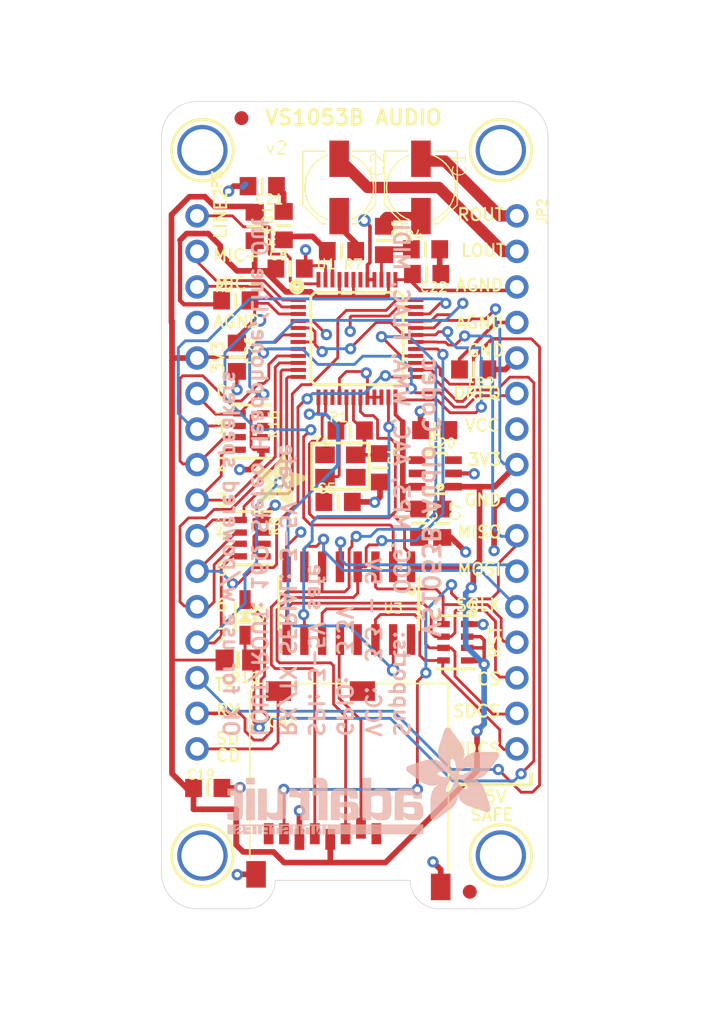
<source format=kicad_pcb>
(kicad_pcb (version 20211014) (generator pcbnew)
  (layers (0 "F.Cu" signal) (31 "B.Cu" signal) (34 "B.Paste" user) (35 "F.Paste" user) (36 "B.SilkS" user "B.Silkscreen") (37 "F.SilkS" user "F.Silkscreen") (38 "B.Mask" user) (39 "F.Mask" user) (44 "Edge.Cuts" user))
  (net 0 "")
  (net 1 "1.8V")
  (net 2 "3.3V")
  (net 3 "GND")
  (net 4 "VIN")
  (net 5 "AVDD")
  (net 6 "AGND")
  (net 7 "N$1")
  (net 8 "N$2")
  (net 9 "GPIO5")
  (net 10 "GPIO0")
  (net 11 "GPIO1")
  (net 12 "GPIO4")
  (net 13 "GPIO2")
  (net 14 "GPIO3")
  (net 15 "GPIO6")
  (net 16 "GPIO7")
  (net 17 "MISO")
  (net 18 "MOSI_3V")
  (net 19 "SCLK_3V")
  (net 20 "TX")
  (net 21 "RX")
  (net 22 "CS_3V")
  (net 23 "MIC_P")
  (net 24 "MIC_N")
  (net 25 "RST_3V")
  (net 26 "DREQ")
  (net 27 "SDCS_3V")
  (net 28 "CLKOUT")
  (net 29 "LEFT")
  (net 30 "RIGHT")
  (net 31 "N$5")
  (net 32 "N$6")
  (net 33 "RIGHT_FILTERED")
  (net 34 "LEFT_FILTERED")
  (net 35 "MOSI_5V")
  (net 36 "CS_5V")
  (net 37 "SDCS_5V")
  (net 38 "XDCS_3V")
  (net 39 "XDCS_5V")
  (net 40 "RST_5V")
  (net 41 "SCLK_5V")
  (net 42 "SD_DETECT")
  (net 43 "RX_5V")
  (net 44 "R_OUT")
  (net 45 "L_OUT")
  (net 46 "LINE2")
  (footprint "boardEagle:_0805MP" (layer "F.Cu") (at 147.5475 86.8451 180)
    (fp_text reference "R7")
    (fp_text value "100")
  )
  (footprint "boardEagle:0805-NO" (layer "F.Cu") (at 140.1445 116.0781 180)
    (fp_text reference "R10")
    (fp_text value "10K")
  )
  (footprint "boardEagle:RESPACK_4X0603" (layer "F.Cu") (at 141.1097 99.7459 -90)
    (fp_text reference "R16")
    (fp_text value "100K")
  )
  (footprint "boardEagle:RESPACK_4X0603" (layer "F.Cu") (at 141.1859 107.3659 -90)
    (fp_text reference "R8")
    (fp_text value "100K")
  )
  (footprint "boardEagle:_0805MP" (layer "F.Cu") (at 150.3045 102.3367 -90)
    (fp_text reference "C4")
    (fp_text value "10pF")
  )
  (footprint "boardEagle:PANASONIC_C" (layer "F.Cu") (at 153.2255 82.2961 -90)
    (fp_text reference "C1")
    (fp_text value "220uF")
  )
  (footprint "boardEagle:_0805MP" (layer "F.Cu") (at 141.883503 82.2031 180)
    (fp_text reference "C21")
    (fp_text value "10nF (0.01uF)")
  )
  (footprint "boardEagle:MICROSD" (layer "F.Cu") (at 141.0415 117.8561)
    (fp_text reference "CN1")
    (fp_text value "2908-05WB-M6")
  )
  (footprint "boardEagle:_0805MP" (layer "F.Cu") (at 153.6353 88.4839 180)
    (fp_text reference "C22")
    (fp_text value "10nF (0.01uF)")
  )
  (footprint "boardEagle:MOUNTINGHOLE_3.0_PLATEDTHIN" (layer "F.Cu") (at 137.6045 130.0481)
    (fp_text reference "U$50" hide)
    (fp_text value "MOUNTINGHOLE3.0THIN" hide)
  )
  (footprint "boardEagle:_0805MP" (layer "F.Cu") (at 139.993703 90.3717)
    (fp_text reference "R2")
    (fp_text value "100K")
  )
  (footprint "boardEagle:MOUNTINGHOLE_3.0_PLATEDTHIN" (layer "F.Cu") (at 158.9405 79.6291)
    (fp_text reference "U$52" hide)
    (fp_text value "MOUNTINGHOLE3.0THIN" hide)
  )
  (footprint "boardEagle:SOT23-6" (layer "F.Cu") (at 154.2495 102.7391 90)
    (fp_text reference "U2")
    (fp_text value "AP7312-1833W6-7")
  )
  (footprint "boardEagle:_0805MP" (layer "F.Cu") (at 154.2161 99.6443 180)
    (fp_text reference "C20")
    (fp_text value "10µF")
  )
  (footprint "boardEagle:SOD-323" (layer "F.Cu") (at 140.6525 113.0301 -90)
    (fp_text reference "D1")
    (fp_text value "1N4148")
  )
  (footprint "boardEagle:FIDUCIAL_1MM" (layer "F.Cu") (at 140.3985 77.3431)
    (fp_text reference "FID1" hide)
    (fp_text value "FIDUCIAL\"\"" hide)
  )
  (footprint "boardEagle:ADAFRUIT_3.5MM" (layer "F.Cu") (at 141.2875 105.1561)
    (fp_text reference "U$31" hide)
    (fp_text value "" hide)
  )
  (footprint "boardEagle:MOUNTINGHOLE_3.0_PLATEDTHIN" (layer "F.Cu") (at 158.9405 130.0481)
    (fp_text reference "U$51" hide)
    (fp_text value "MOUNTINGHOLE3.0THIN" hide)
  )
  (footprint "boardEagle:_0805MP" (layer "F.Cu") (at 154.7495 106.2991 -90)
    (fp_text reference "C7")
    (fp_text value "10µF")
  )
  (footprint "boardEagle:_0805MP" (layer "F.Cu") (at 137.9855 125.2221)
    (fp_text reference "C19")
    (fp_text value "10µF")
  )
  (footprint "boardEagle:1X16_ROUND" (layer "F.Cu") (at 137.2235 103.3781 -90)
    (fp_text reference "JP3")
    (fp_text value "")
  )
  (footprint "boardEagle:_0805MP" (layer "F.Cu") (at 140.0683 94.4309 -90)
    (fp_text reference "C26")
    (fp_text value "0.1µF")
  )
  (footprint "boardEagle:_0805MP" (layer "F.Cu") (at 147.3073 104.7751)
    (fp_text reference "C5")
    (fp_text value "10pF")
  )
  (footprint "boardEagle:_0805MP" (layer "F.Cu") (at 143.412503 85.027104 90)
    (fp_text reference "R3")
    (fp_text value "20")
  )
  (footprint "boardEagle:_0805MP" (layer "F.Cu") (at 150.5915 86.0861 -90)
    (fp_text reference "R6")
    (fp_text value "100")
  )
  (footprint "boardEagle:FIDUCIAL_1MM" (layer "F.Cu") (at 156.7185 132.6391)
    (fp_text reference "FID2" hide)
    (fp_text value "FIDUCIAL\"\"" hide)
  )
  (footprint "boardEagle:_0805MP" (layer "F.Cu") (at 153.0985 106.2991 -90)
    (fp_text reference "C6")
    (fp_text value "10µF")
  )
  (footprint "boardEagle:CRYSTAL_3.2X2.5" (layer "F.Cu") (at 147.4717 102.2137)
    (fp_text reference "Y1")
    (fp_text value "ABM8G-12.288MHZ-4Y-T3")
  )
  (footprint "boardEagle:_0805MP" (layer "F.Cu") (at 157.0013 95.3073 180)
    (fp_text reference "FB2")
    (fp_text value "FERITTE")
  )
  (footprint "boardEagle:MOUNTINGHOLE_3.0_PLATEDTHIN" (layer "F.Cu") (at 137.6045 79.6291)
    (fp_text reference "U$53" hide)
    (fp_text value "MOUNTINGHOLE3.0THIN" hide)
  )
  (footprint "boardEagle:RESPACK_4X0603" (layer "F.Cu") (at 155.6893 114.8081 -90)
    (fp_text reference "R9")
    (fp_text value "100K")
  )
  (footprint "boardEagle:PANASONIC_C" (layer "F.Cu") (at 147.3835 82.2961 -90)
    (fp_text reference "C2")
    (fp_text value "220uF")
  )
  (footprint "boardEagle:SOIC16" (layer "F.Cu") (at 148.0693 112.0141 180)
    (fp_text reference "U3")
    (fp_text value "74HC4050D")
  )
  (footprint "boardEagle:_0805MP" (layer "F.Cu") (at 148.1709 99.6697)
    (fp_text reference "R1")
    (fp_text value "1M")
  )
  (footprint "boardEagle:_0805MP" (layer "F.Cu") (at 141.342503 85.084704 -90)
    (fp_text reference "FB1")
    (fp_text value "FERITTE")
  )
  (footprint "boardEagle:_0805MP" (layer "F.Cu") (at 143.8757 88.0951)
    (fp_text reference "C8")
    (fp_text value "0.1µF")
  )
  (footprint "boardEagle:1X16_ROUND" (layer "F.Cu") (at 160.0835 103.3781 -90)
    (fp_text reference "JP2")
    (fp_text value "")
  )
  (footprint "boardEagle:LQFP48" (layer "F.Cu") (at 148.6535 93.0911)
    (fp_text reference "U1")
    (fp_text value "VS1053B")
  )
  (footprint "boardEagle:_0805MP" (layer "F.Cu") (at 153.5555 86.7171)
    (fp_text reference "R4")
    (fp_text value "20")
  )
  (footprint "boardEagle:ADAFRUIT_TEXT_20MM" (layer "B.Cu") (at 158.9659 128.5241 180)
    (fp_text reference "U$55" hide)
    (fp_text value "" hide)
  )
  (gr_line (start 155.7655 124.9681) (end 161.0995 124.9681) (layer "F.SilkS") (width 0.254))
  (gr_line (start 161.0995 124.9681) (end 161.0995 124.2061) (layer "F.SilkS") (width 0.254))
  (gr_line (start 155.7655 124.2061) (end 155.7655 124.9681) (layer "F.SilkS") (width 0.254))
  (gr_line (start 162.3187 131.3181) (end 162.3187 78.6891) (layer "Edge.Cuts") (width 0.05))
  (gr_arc (start 142.8115 131.8261) (mid 142.216341 133.262941) (end 140.7795 133.8581) (layer "Edge.Cuts") (width 0.05))
  (gr_line (start 142.8115 131.8261) (end 152.4635 131.8261) (layer "Edge.Cuts") (width 0.05))
  (gr_line (start 134.6835 78.6891) (end 134.6835 131.3181) (layer "Edge.Cuts") (width 0.05))
  (gr_arc (start 159.7787 76.1491) (mid 161.574751 76.893049) (end 162.3187 78.6891) (layer "Edge.Cuts") (width 0.05))
  (gr_arc (start 162.3187 131.3181) (mid 161.574751 133.114151) (end 159.7787 133.8581) (layer "Edge.Cuts") (width 0.05))
  (gr_arc (start 134.6835 78.6891) (mid 135.427449 76.893049) (end 137.2235 76.1491) (layer "Edge.Cuts") (width 0.05))
  (gr_line (start 154.4955 133.8581) (end 159.7787 133.8581) (layer "Edge.Cuts") (width 0.05))
  (gr_arc (start 137.2235 133.8581) (mid 135.427449 133.114151) (end 134.6835 131.3181) (layer "Edge.Cuts") (width 0.05))
  (gr_line (start 159.7787 76.1491) (end 137.2235 76.1491) (layer "Edge.Cuts") (width 0.05))
  (gr_line (start 137.2235 133.8581) (end 140.7795 133.8581) (layer "Edge.Cuts") (width 0.05))
  (gr_arc (start 154.4955 133.8581) (mid 153.058659 133.262941) (end 152.4635 131.8261) (layer "Edge.Cuts") (width 0.05))
  (gr_text "LOUT/ROUT: 16Ω Stereo Headphone/Line Out" (at 141.0335 121.6661 -90) (layer "B.SilkS") (effects (font (size 1.0668 1.0668) (thickness 0.2032)) (justify left bottom mirror)))
  (gr_text "GPIO:" (at 147.1295 121.6661 -90) (layer "B.SilkS") (effects (font (size 1.0668 1.0668) (thickness 0.2032)) (justify left bottom mirror)))
  (gr_text "Supports:" (at 151.1935 121.6661 -90) (layer "B.SilkS") (effects (font (size 1.0668 1.0668) (thickness 0.2032)) (justify left bottom mirror)))
  (gr_text "OK for use w/powered speakers" (at 139.0015 121.6661 -90) (layer "B.SilkS") (effects (font (size 1.0668 1.0668) (thickness 0.2032)) (justify left bottom mirror)))
  (gr_text "VS1053B Audio Codec" (at 153.2255 114.5541 -90) (layer "B.SilkS") (effects (font (size 1.194816 1.194816) (thickness 0.227584)) (justify left bottom mirror)))
  (gr_text "3.3 - 5V" (at 149.1615 116.3321 -90) (layer "B.SilkS") (effects (font (size 1.0668 1.0668) (thickness 0.2032)) (justify left bottom mirror)))
  (gr_text "3.3V" (at 147.1295 115.8241 -90) (layer "B.SilkS") (effects (font (size 1.0668 1.0668) (thickness 0.2032)) (justify left bottom mirror)))
  (gr_text "SPI: 3-5V safe" (at 145.0975 121.6661 -90) (layer "B.SilkS") (effects (font (size 1.0668 1.0668) (thickness 0.2032)) (justify left bottom mirror)))
  (gr_text "OGG, MP3, AAC, WMA, FLAC, MIDI" (at 151.1935 111.5061 -90) (layer "B.SilkS") (effects (font (size 1.0668 1.0668) (thickness 0.2032)) (justify left bottom mirror)))
  (gr_text "VCC:" (at 149.1615 121.6661 -90) (layer "B.SilkS") (effects (font (size 1.0668 1.0668) (thickness 0.2032)) (justify left bottom mirror)))
  (gr_text "RX/TX SERIAL: 3-5V safe" (at 143.0655 121.6661 -90) (layer "B.SilkS") (effects (font (size 1.0668 1.0668) (thickness 0.2032)) (justify left bottom mirror)))
  (gr_text "MOSI" (at 159.0675 109.0931) (layer "F.SilkS") (effects (font (size 0.8636 0.8636) (thickness 0.1524)) (justify right top)))
  (gr_text "AGND" (at 138.2935 92.381094) (layer "F.SilkS") (effects (font (size 0.8636 0.8636) (thickness 0.1524)) (justify left bottom)))
  (gr_text "3V3" (at 159.0675 101.2445) (layer "F.SilkS") (effects (font (size 0.8636 0.8636) (thickness 0.1524)) (justify right top)))
  (gr_text "3V3" (at 139.227406 95.751369 90) (layer "F.SilkS") (effects (font (size 0.8636 0.8636) (thickness 0.1524)) (justify left bottom)))
  (gr_text "2" (at 138.4935 102.6161) (layer "F.SilkS") (effects (font (size 0.8636 0.8636) (thickness 0.1524)) (justify left bottom)))
  (gr_text "VS1053B AUDIO" (at 141.9669 77.9257) (layer "F.SilkS") (effects (font (size 1.0668 1.0668) (thickness 0.2032)) (justify left bottom)))
  (gr_text "MIC-" (at 138.3935 89.676094) (layer "F.SilkS") (effects (font (size 0.8636 0.8636) (thickness 0.1524)) (justify left bottom)))
  (gr_text "GND" (at 159.0675 104.1401) (layer "F.SilkS") (effects (font (size 0.8636 0.8636) (thickness 0.1524)) (justify right top)))
  (gr_text "5" (at 138.4935 110.1091) (layer "F.SilkS") (effects (font (size 0.8636 0.8636) (thickness 0.1524)) (justify left bottom)))
  (gr_text "CD" (at 138.4681 123.4187) (layer "F.SilkS") (effects (font (size 0.8636 0.8636) (thickness 0.1524)) (justify left bottom)))
  (gr_text "CS" (at 159.0331 116.9301) (layer "F.SilkS") (effects (font (size 0.8636 0.8636) (thickness 0.1524)) (justify right top)))
  (gr_text "7" (at 138.4935 114.8081) (layer "F.SilkS") (effects (font (size 0.8636 0.8636) (thickness 0.1524)) (justify left bottom)))
  (gr_text "0" (at 138.4935 97.4091) (layer "F.SilkS") (effects (font (size 0.8636 0.8636) (thickness 0.1524)) (justify left bottom)))
  (gr_text "DREQ" (at 159.0421 96.4947) (layer "F.SilkS") (effects (font (size 0.8636 0.8636) (thickness 0.1524)) (justify right top)))
  (gr_text "LINE2" (at 139.415496 86.0521 90) (layer "F.SilkS") (effects (font (size 0.8636 0.8636) (thickness 0.1524)) (justify left bottom)))
  (gr_text "GND" (at 159.2707 93.4467) (layer "F.SilkS") (effects (font (size 0.8636 0.8636) (thickness 0.1524)) (justify right top)))
  (gr_text "MIC+" (at 138.2935 87.663097) (layer "F.SilkS") (effects (font (size 0.8636 0.8636) (thickness 0.1524)) (justify left bottom)))
  (gr_text "AGND" (at 159.1945 88.7731) (layer "F.SilkS") (effects (font (size 0.8636 0.8636) (thickness 0.1524)) (justify right top)))
  (gr_text "AGND" (at 159.1945 91.4655) (layer "F.SilkS") (effects (font (size 0.8636 0.8636) (thickness 0.1524)) (justify right top)))
  (gr_text "XDCS" (at 159.0235 121.9301) (layer "F.SilkS") (effects (font (size 0.8636 0.8636) (thickness 0.1524)) (justify right top)))
  (gr_text "RX" (at 138.4935 120.1929) (layer "F.SilkS") (effects (font (size 0.8636 0.8636) (thickness 0.1524)) (justify left bottom)))
  (gr_text "TX" (at 138.3665 118.3387) (layer "F.SilkS") (effects (font (size 0.8636 0.8636) (thickness 0.1524)) (justify left bottom)))
  (gr_text "4" (at 138.4935 107.5691) (layer "F.SilkS") (effects (font (size 0.8636 0.8636) (thickness 0.1524)) (justify left bottom)))
  (gr_text "SDCS" (at 158.9875 119.2281) (layer "F.SilkS") (effects (font (size 0.8636 0.8636) (thickness 0.1524)) (justify right top)))
  (gr_text "ROUT" (at 159.2675 83.7331) (layer "F.SilkS") (effects (font (size 0.8636 0.8636) (thickness 0.1524)) (justify right top)))
  (gr_text "v2" (at 142.0495 80.0101) (layer "F.SilkS") (effects (font (size 0.9144 0.9144) (thickness 0.1016)) (justify left bottom)))
  (gr_text "SD" (at 138.4681 122.1995) (layer "F.SilkS") (effects (font (size 0.8636 0.8636) (thickness 0.1524)) (justify left bottom)))
  (gr_text "SCLK" (at 159.0675 111.6331) (layer "F.SilkS") (effects (font (size 0.8636 0.8636) (thickness 0.1524)) (justify right top)))
  (gr_text "3" (at 138.4935 105.1561) (layer "F.SilkS") (effects (font (size 0.8636 0.8636) (thickness 0.1524)) (justify left bottom)))
  (gr_text "1" (at 138.4935 99.9491) (layer "F.SilkS") (effects (font (size 0.8636 0.8636) (thickness 0.1524)) (justify left bottom)))
  (gr_text "RST" (at 159.0421 116.0527 90) (layer "F.SilkS") (effects (font (size 0.8636 0.8636) (thickness 0.1524)) (justify left bottom)))
  (gr_text "SAFE" (at 156.6545 127.6351) (layer "F.SilkS") (effects (font (size 0.8636 0.8636) (thickness 0.1524)) (justify left bottom)))
  (gr_text "LOUT" (at 159.3675 86.2931) (layer "F.SilkS") (effects (font (size 0.8636 0.8636) (thickness 0.1524)) (justify right top)))
  (gr_text "5V" (at 157.6705 126.3651) (layer "F.SilkS") (effects (font (size 0.8636 0.8636) (thickness 0.1524)) (justify left bottom)))
  (gr_text "VCC" (at 158.9405 98.8061) (layer "F.SilkS") (effects (font (size 0.8636 0.8636) (thickness 0.1524)) (justify right top)))
  (gr_text "6" (at 138.4935 112.6491) (layer "F.SilkS") (effects (font (size 0.8636 0.8636) (thickness 0.1524)) (justify left bottom)))
  (gr_text "MISO" (at 159.0675 106.4261) (layer "F.SilkS") (effects (font (size 0.8636 0.8636) (thickness 0.1524)) (justify right top)))
  (segment (start 144.4535 92.3411) (end 145.3889 92.3411) (width 0.2032) (layer "F.Cu") (net 1))
  (segment (start 151.4035 97.2911) (end 151.4035 98.5335) (width 0.254) (layer "F.Cu") (net 1))
  (segment (start 151.9555 92.8371) (end 152.8495 92.8371) (width 0.2032) (layer "F.Cu") (net 1))
  (segment (start 154.4987 92.6117) (end 155.1323 92.6117) (width 0.2032) (layer "F.Cu") (net 1))
  (segment (start 151.4035 98.5335) (end 151.9301 99.0601) (width 0.254) (layer "F.Cu") (net 1))
  (segment (start 152.8495 92.8371) (end 154.2629 92.8371) (width 0.2032) (layer "F.Cu") (net 1))
  (segment (start 151.9301 103.6321) (end 151.9301 99.0601) (width 0.4064) (layer "F.Cu") (net 1))
  (segment (start 151.9871 103.6891) (end 151.9301 103.6321) (width 0.4064) (layer "F.Cu") (net 1))
  (segment (start 145.6563 93.3197) (end 145.6563 93.5229) (width 0.2032) (layer "F.Cu") (net 1))
  (segment (start 152.9495 103.6891) (end 151.9871 103.6891) (width 0.4064) (layer "F.Cu") (net 1))
  (segment (start 151.4475 97.4853) (end 154.3939 97.4853) (width 0.2032) (layer "F.Cu") (net 1))
  (segment (start 154.3939 97.4853) (end 155.3083 98.3997) (width 0.2032) (layer "F.Cu") (net 1))
  (segment (start 148.1455 93.8277) (end 150.0251 91.9481) (width 0.2032) (layer "F.Cu") (net 1))
  (segment (start 154.4955 92.6085) (end 154.4987 92.6117) (width 0.2032) (layer "F.Cu") (net 1))
  (segment (start 145.6563 93.5229) (end 146.1643 94.0309) (width 0.2032) (layer "F.Cu") (net 1))
  (segment (start 151.9301 105.0037) (end 151.9301 103.6321) (width 0.4064) (layer "F.Cu") (net 1))
  (segment (start 145.6349 93.3411) (end 145.6563 93.3197) (width 0.2032) (layer "F.Cu") (net 1))
  (segment (start 154.2629 92.8411) (end 154.4955 92.6085) (width 0.2032) (layer "F.Cu") (net 1))
  (segment (start 145.6563 92.6085) (end 145.6563 93.3197) (width 0.2032) (layer "F.Cu") (net 1))
  (segment (start 152.2095 105.2831) (end 151.9301 105.0037) (width 0.4064) (layer "F.Cu") (net 1))
  (segment (start 151.0665 91.9481) (end 150.0251 91.9481) (width 0.2032) (layer "F.Cu") (net 1))
  (segment (start 151.4035 97.2911) (end 151.4035 97.4413) (width 0.2032) (layer "F.Cu") (net 1))
  (segment (start 152.8495 92.8371) (end 152.8535 92.8411) (width 0.2032) (layer "F.Cu") (net 1))
  (segment (start 148.1963 93.8277) (end 148.1455 93.8277) (width 0.2032) (layer "F.Cu") (net 1))
  (segment (start 151.9555 92.8371) (end 151.0665 91.9481) (width 0.2032) (layer "F.Cu") (net 1))
  (segment (start 145.3889 92.3411) (end 145.6563 92.6085) (width 0.2032) (layer "F.Cu") (net 1))
  (segment (start 144.4535 93.3411) (end 145.6349 93.3411) (width 0.2032) (layer "F.Cu") (net 1))
  (segment (start 154.2629 92.8371) (end 154.2629 92.8411) (width 0.2032) (layer "F.Cu") (net 1))
  (segment (start 153.0985 105.2831) (end 152.2095 105.2831) (width 0.4064) (layer "F.Cu") (net 1))
  (segment (start 155.3083 98.3997) (end 157.1371 98.3997) (width 0.2032) (layer "F.Cu") (net 1))
  (segment (start 157.1371 98.3997) (end 157.5435 97.9933) (width 0.2032) (layer "F.Cu") (net 1))
  (segment (start 151.4035 97.4413) (end 151.4475 97.4853) (width 0.2032) (layer "F.Cu") (net 1))
  (via (at 148.1963 93.8277) (size 0.8064) (drill 0.4) (layers "F.Cu" "B.Cu") (net 1))
  (via (at 155.1323 92.6117) (size 0.8064) (drill 0.4) (layers "F.Cu" "B.Cu") (net 1))
  (via (at 157.5435 97.9933) (size 0.8064) (drill 0.4) (layers "F.Cu" "B.Cu") (net 1))
  (via (at 146.1643 94.0309) (size 0.8064) (drill 0.4) (layers "F.Cu" "B.Cu") (net 1))
  (segment (start 155.7835 93.7581) (end 157.5435 93.7581) (width 0.2032) (layer "B.Cu") (net 1))
  (segment (start 146.3675 93.8277) (end 146.1643 94.0309) (width 0.2032) (layer "B.Cu") (net 1))
  (segment (start 155.1323 93.1069) (end 155.7835 93.7581) (width 0.2032) (layer "B.Cu") (net 1))
  (segment (start 157.5435 93.7581) (end 157.5435 97.9933) (width 0.2032) (layer "B.Cu") (net 1))
  (segment (start 155.1323 92.6117) (end 155.1323 93.1069) (width 0.2032) (layer "B.Cu") (net 1))
  (segment (start 148.1963 93.8277) (end 146.3675 93.8277) (width 0.2032) (layer "B.Cu") (net 1))
  (segment (start 145.4531 100.4317) (end 145.9611 100.4317) (width 0.2032) (layer "F.Cu") (net 2))
  (segment (start 154.9465 103.6891) (end 154.7495 103.8861) (width 0.4064) (layer "F.Cu") (net 2))
  (segment (start 156.9685 109.4141) (end 156.9685 110.7603) (width 0.4064) (layer "F.Cu") (net 2))
  (segment (start 135.3947 91.8211) (end 135.3947 84.247) (width 0.4064) (layer "F.Cu") (net 2))
  (segment (start 152.5143 109.4141) (end 156.9685 109.4141) (width 0.4064) (layer "F.Cu") (net 2))
  (segment (start 140.0175 129.2861) (end 140.5255 129.7941) (width 0.4064) (layer "F.Cu") (net 2))
  (segment (start 139.104703 94.429297) (end 137.282303 94.429297) (width 0.254) (layer "F.Cu") (net 2))
  (segment (start 145.2499 105.6133) (end 145.5547 105.9181) (width 0.2032) (layer "F.Cu") (net 2))
  (segment (start 150.1267 98.9077) (end 150.1267 100.2285) (width 0.2032) (layer "F.Cu") (net 2))
  (segment (start 142.8115 93.3705) (end 141.471168 93.3705) (width 0.2032) (layer "F.Cu") (net 2))
  (segment (start 157.2387 124.0029) (end 150.6855 130.5561) (width 0.4064) (layer "F.Cu") (net 2))
  (segment (start 146.4035 97.2911) (end 146.4035 98.4653) (width 0.2032) (layer "F.Cu") (net 2))
  (segment (start 135.601478 94.4881) (end 135.4314 94.658179) (width 0.4064) (layer "F.Cu") (net 2))
  (segment (start 145.2499 100.6349) (end 145.4531 100.4317) (width 0.2032) (layer "F.Cu") (net 2))
  (segment (start 143.3409 92.8411) (end 142.8115 93.3705) (width 0.2032) (layer "F.Cu") (net 2))
  (segment (start 140.755703 94.429297) (end 141.083487 94.101513) (width 0.2032) (layer "F.Cu") (net 2))
  (segment (start 146.1643 98.7045) (end 146.4035 98.4653) (width 0.2032) (layer "F.Cu") (net 2))
  (segment (start 135.432193 116.0781) (end 135.4314 116.078894) (width 0.2032) (layer "F.Cu") (net 2))
  (segment (start 156.5393 114.4081) (end 157.4991 114.4081) (width 0.254) (layer "F.Cu") (net 2))
  (segment (start 148.9035 97.2911) (end 148.9035 98.3195) (width 0.2032) (layer "F.Cu") (net 2))
  (segment (start 154.6923 91.8021) (end 156.7243 91.8021) (width 0.2032) (layer "F.Cu") (net 2))
  (segment (start 135.3947 91.9481) (end 135.3947 91.8211) (width 0.4064) (layer "F.Cu") (net 2))
  (segment (start 157.4165 108.9661) (end 157.4165 103.8161) (width 0.4064) (layer "F.Cu") (net 2))
  (segment (start 141.471168 93.3705) (end 141.083487 93.758182) (width 0.2032) (layer "F.Cu") (net 2))
  (segment (start 156.7243 91.8021) (end 156.8323 91.6941) (width 0.2032) (layer "F.Cu") (net 2))
  (segment (start 136.683496 82.958204) (end 137.783496 82.958204) (width 0.4064) (layer "F.Cu") (net 2))
  (segment (start 149.1869 98.6029) (end 149.8219 98.6029) (width 0.2032) (layer "F.Cu") (net 2))
  (segment (start 143.4465 130.5561) (end 146.6723 130.5561) (width 0.4064) (layer "F.Cu") (net 2))
  (segment (start 137.783496 82.958204) (end 138.483493 83.6582) (width 0.4064) (layer "F.Cu") (net 2))
  (segment (start 150.1267 100.2285) (end 151.0411 100.2285) (width 0.2032) (layer "F.Cu") (net 2))
  (segment (start 136.4615 125.2221) (end 135.4314 124.192) (width 0.4064) (layer "F.Cu") (net 2))
  (segment (start 152.0571 106.5277) (end 151.1935 105.6641) (width 0.2032) (layer "F.Cu") (net 2))
  (segment (start 157.2387 121.1581) (end 157.2387 124.0029) (width 0.4064) (layer "F.Cu") (net 2))
  (segment (start 156.5393 115.2081) (end 157.6895 115.2081) (width 0.254) (layer "F.Cu") (net 2))
  (segment (start 149.8219 98.6029) (end 150.1267 98.9077) (width 0.2032) (layer "F.Cu") (net 2))
  (segment (start 156.8323 91.6941) (end 157.8483 91.6941) (width 0.2032) (layer "F.Cu") (net 2))
  (segment (start 146.7485 130.4799) (end 146.6723 130.5561) (width 0.4064) (layer "F.Cu") (net 2))
  (segment (start 136.9695 125.2221) (end 136.4615 125.2221) (width 0.4064) (layer "F.Cu") (net 2))
  (segment (start 152.4635 108.4835) (end 152.4635 109.3633) (width 0.2032) (layer "F.Cu") (net 2))
  (segment (start 151.3967 105.4609) (end 151.1935 105.6641) (width 0.2032) (layer "F.Cu") (net 2))
  (segment (start 135.4314 116.078894) (end 135.4314 94.658179) (width 0.4064) (layer "F.Cu") (net 2))
  (segment (start 137.2235 94.4881) (end 135.601478 94.4881) (width 0.4064) (layer "F.Cu") (net 2))
  (segment (start 157.4719 116.1081) (end 157.7467 116.3829) (width 0.4064) (layer "F.Cu") (net 2))
  (segment (start 151.1935 105.6641) (end 150.9395 105.9181) (width 0.2032) (layer "F.Cu") (net 2))
  (segment (start 145.5547 105.9181) (end 150.9395 105.9181) (width 0.2032) (layer "F.Cu") (net 2))
  (segment (start 154.1533 92.3411) (end 154.6923 91.8021) (width 0.2032) (layer "F.Cu") (net 2))
  (segment (start 157.7467 115.2653) (end 157.7467 116.3829) (width 0.254) (layer "F.Cu") (net 2))
  (segment (start 151.0411 100.2285) (end 151.3967 100.5841) (width 0.2032) (layer "F.Cu") (net 2))
  (segment (start 152.4635 109.3633) (end 152.5143 109.4141) (width 0.2032) (layer "F.Cu") (net 2))
  (segment (start 152.4635 108.4835) (end 152.0571 108.0771) (width 0.2032) (layer "F.Cu") (net 2))
  (segment (start 146.7485 130.4799) (end 146.7485 128.9031) (width 0.4064) (layer "F.Cu") (net 2))
  (segment (start 151.3967 100.5841) (end 151.3967 105.4609) (width 0.2032) (layer "F.Cu") (net 2))
  (segment (start 156.9685 109.4141) (end 157.4165 108.9661) (width 0.4064) (layer "F.Cu") (net 2))
  (segment (start 157.4165 103.8161) (end 157.5435 103.6891) (width 0.4064) (layer "F.Cu") (net 2))
  (segment (start 145.9611 100.4317) (end 146.1643 100.2285) (width 0.2032) (layer "F.Cu") (net 2))
  (segment (start 140.5255 129.7941) (end 142.6845 129.7941) (width 0.4064) (layer "F.Cu") (net 2))
  (segment (start 156.5393 116.1081) (end 157.4719 116.1081) (width 0.4064) (layer "F.Cu") (net 2))
  (segment (start 136.9695 125.2221) (end 136.9695 126.7461) (width 0.4064) (layer "F.Cu") (net 2))
  (segment (start 146.1643 100.2285) (end 146.1643 98.7045) (width 0.2032) (layer "F.Cu") (net 2))
  (segment (start 141.083487 93.758182) (end 141.083487 94.101513) (width 0.2032) (layer "F.Cu") (net 2))
  (segment (start 154.7495 103.8861) (end 154.7495 105.2831) (width 0.4064) (layer "F.Cu") (net 2))
  (segment (start 148.9035 98.3195) (end 149.1869 98.6029) (width 0.2032) (layer "F.Cu") (net 2))
  (segment (start 141.083487 94.101513) (end 141.083487 94.158179) (width 0.2032) (layer "F.Cu") (net 2))
  (segment (start 157.5435 103.6891) (end 158.5025 103.6891) (width 0.4064) (layer "F.Cu") (net 2))
  (segment (start 145.2499 105.6133) (end 145.2499 100.6349) (width 0.2032) (layer "F.Cu") (net 2))
  (segment (start 152.8535 92.3411) (end 154.1533 92.3411) (width 0.2032) (layer "F.Cu") (net 2))
  (segment (start 146.7485 128.9031) (end 146.7415 128.8961) (width 0.4064) (layer "F.Cu") (net 2))
  (segment (start 138.483493 83.6582) (end 141.186 83.6582) (width 0.4064) (layer "F.Cu") (net 2))
  (segment (start 157.7467 114.6557) (end 157.7467 115.2653) (width 0.254) (layer "F.Cu") (net 2))
  (segment (start 157.4991 114.4081) (end 157.7467 114.6557) (width 0.254) (layer "F.Cu") (net 2))
  (segment (start 158.5025 103.6891) (end 160.0835 102.1081) (width 0.4064) (layer "F.Cu") (net 2))
  (segment (start 139.1945 116.0781) (end 135.432193 116.0781) (width 0.2032) (layer "F.Cu") (net 2))
  (segment (start 137.282303 94.429297) (end 137.2235 94.4881) (width 0.254) (layer "F.Cu") (net 2))
  (segment (start 135.4314 91.8578) (end 135.3947 91.8211) (width 0.4064) (layer "F.Cu") (net 2))
  (segment (start 140.0175 126.7461) (end 140.0175 129.2861) (width 0.4064) (layer "F.Cu") (net 2))
  (segment (start 135.3947 84.247) (end 136.683496 82.958204) (width 0.4064) (layer "F.Cu") (net 2))
  (segment (start 136.9695 126.7461) (end 140.0175 126.7461) (width 0.4064) (layer "F.Cu") (net 2))
  (segment (start 135.4314 94.658179) (end 135.4314 91.8578) (width 0.4064) (layer "F.Cu") (net 2))
  (segment (start 135.4314 116.078894) (end 135.4314 124.192) (width 0.4064) (layer "F.Cu") (net 2))
  (segment (start 141.186 83.9122) (end 141.342503 84.068704) (width 0.4064) (layer "F.Cu") (net 2))
  (segment (start 140.755703 94.429297) (end 139.104703 94.429297) (width 0.2032) (layer "F.Cu") (net 2))
  (segment (start 146.6723 130.5561) (end 150.6855 130.5561) (width 0.4064) (layer "F.Cu") (net 2))
  (segment (start 144.4535 92.8411) (end 143.3409 92.8411) (width 0.2032) (layer "F.Cu") (net 2))
  (segment (start 141.186 83.6582) (end 141.186 83.9122) (width 0.4064) (layer "F.Cu") (net 2))
  (segment (start 157.8483 91.6941) (end 158.5595 90.9829) (width 0.2032) (layer "F.Cu") (net 2))
  (segment (start 152.0571 108.0771) (end 152.0571 106.5277) (width 0.2032) (layer "F.Cu") (net 2))
  (segment (start 142.6845 129.7941) (end 143.4465 130.5561) (width 0.4064) (layer "F.Cu") (net 2))
  (segment (start 155.5495 103.6891) (end 154.9465 103.6891) (width 0.4064) (layer "F.Cu") (net 2))
  (segment (start 156.9685 110.7603) (end 156.8323 110.8965) (width 0.4064) (layer "F.Cu") (net 2))
  (segment (start 157.6895 115.2081) (end 157.7467 115.2653) (width 0.254) (layer "F.Cu") (net 2))
  (segment (start 155.5495 103.6891) (end 157.5435 103.6891) (width 0.4064) (layer "F.Cu") (net 2))
  (via (at 157.7467 116.3829) (size 0.8064) (drill 0.4) (layers "F.Cu" "B.Cu") (net 2))
  (via (at 158.5595 90.9829) (size 0.8064) (drill 0.4) (layers "F.Cu" "B.Cu") (net 2))
  (via (at 156.8323 110.8965) (size 0.8064) (drill 0.4) (layers "F.Cu" "B.Cu") (net 2))
  (via (at 157.2387 121.1581) (size 0.8064) (drill 0.4) (layers "F.Cu" "B.Cu") (net 2))
  (segment (start 158.8643 101.7525) (end 159.1691 102.0573) (width 0.2032) (layer "B.Cu") (net 2))
  (segment (start 157.7467 120.6501) (end 157.2387 121.1581) (width 0.4064) (layer "B.Cu") (net 2))
  (segment (start 160.0327 102.0573) (end 160.0835 102.1081) (width 0.2032) (layer "B.Cu") (net 2))
  (segment (start 156.4259 111.3029) (end 156.4259 115.0621) (width 0.4064) (layer "B.Cu") (net 2))
  (segment (start 158.5595 90.9829) (end 158.5595 92.1005) (width 0.2032) (layer "B.Cu") (net 2))
  (segment (start 156.4259 115.0621) (end 157.7467 116.3829) (width 0.4064) (layer "B.Cu") (net 2))
  (segment (start 158.8643 92.4053) (end 158.8643 101.7525) (width 0.2032) (layer "B.Cu") (net 2))
  (segment (start 158.8643 92.4053) (end 158.5595 92.1005) (width 0.2032) (layer "B.Cu") (net 2))
  (segment (start 156.8323 110.8965) (end 156.4259 111.3029) (width 0.4064) (layer "B.Cu") (net 2))
  (segment (start 157.7467 116.3829) (end 157.7467 120.6501) (width 0.4064) (layer "B.Cu") (net 2))
  (segment (start 159.1691 102.0573) (end 160.0327 102.0573) (width 0.2032) (layer "B.Cu") (net 2))
  (segment (start 141.0843 100.8381) (end 141.2875 101.0413) (width 0.2032) (layer "F.Cu") (net 3))
  (segment (start 153.2001 98.3235) (end 153.1747 98.2981) (width 0.4064) (layer "F.Cu") (net 3))
  (segment (start 155.3845 107.3151) (end 156.4259 108.3565) (width 0.4064) (layer "F.Cu") (net 3))
  (segment (start 159.0167 104.6481) (end 158.4579 105.2069) (width 0.4064) (layer "F.Cu") (net 3))
  (segment (start 141.2875 101.0413) (end 141.8551 101.0413) (width 0.2032) (layer "F.Cu") (net 3))
  (segment (start 141.0843 100.1269) (end 141.0843 100.8381) (width 0.2032) (layer "F.Cu") (net 3))
  (segment (start 151.5893 90.8411) (end 150.9395 91.4909) (width 0.2032) (layer "F.Cu") (net 3))
  (segment (start 141.6241 106.9659) (end 141.2875 106.6293) (width 0.2032) (layer "F.Cu") (net 3))
  (segment (start 141.8597 101.1459) (end 141.9597 101.0459) (width 0.4064) (layer "F.Cu") (net 3))
  (segment (start 141.2875 106.0197) (end 141.9897 106.0197) (width 0.2032) (layer "F.Cu") (net 3))
  (segment (start 141.0843 99.3141) (end 141.0843 100.1269) (width 0.2032) (layer "F.Cu") (net 3))
  (segment (start 141.2875 106.6293) (end 141.2875 106.0197) (width 0.2032) (layer "F.Cu") (net 3))
  (segment (start 149.9035 97.2911) (end 149.4035 97.2911) (width 0.2032) (layer "F.Cu") (net 3))
  (segment (start 153.2001 99.6443) (end 153.2001 98.3235) (width 0.4064) (layer "F.Cu") (net 3))
  (segment (start 140.0683 96.742985) (end 140.08349 96.758175) (width 0.254) (layer "F.Cu") (net 3))
  (segment (start 147.4035 97.2911) (end 147.4035 95.9413) (width 0.2032) (layer "F.Cu") (net 3))
  (segment (start 140.2715 125.2221) (end 139.0015 125.2221) (width 0.4064) (layer "F.Cu") (net 3))
  (segment (start 141.9597 98.4459) (end 141.2413 98.4459) (width 0.2032) (layer "F.Cu") (net 3))
  (segment (start 154.6415 131.0577) (end 154.0891 130.5053) (width 0.4064) (layer "F.Cu") (net 3))
  (segment (start 150.9395 91.4909) (end 148.2471 91.4909) (width 0.2032) (layer "F.Cu") (net 3))
  (segment (start 144.5415 128.8961) (end 144.5415 126.8505) (width 0.4064) (layer "F.Cu") (net 3))
  (segment (start 159.2643 95.3073) (end 160.0835 94.4881) (width 0.4064) (layer "F.Cu") (net 3))
  (segment (start 141.9597 101.0459) (end 141.8597 101.0459) (width 0.4064) (layer "F.Cu") (net 3))
  (segment (start 148.2471 91.4909) (end 148.1709 91.5671) (width 0.2032) (layer "F.Cu") (net 3))
  (segment (start 143.6243 107.9501) (end 144.6403 106.9341) (width 0.2032) (layer "F.Cu") (net 3))
  (segment (start 150.3045 104.4195) (end 150.3045 103.3527) (width 0.4064) (layer "F.Cu") (net 3))
  (segment (start 154.6415 132.2961) (end 154.6415 131.0577) (width 0.4064) (layer "F.Cu") (net 3))
  (segment (start 141.2875 107.2389) (end 141.5605 106.9659) (width 0.2032) (layer "F.Cu") (net 3))
  (segment (start 142.0359 107.7659) (end 141.3065 107.7659) (width 0.2032) (layer "F.Cu") (net 3))
  (segment (start 141.9897 106.0197) (end 142.0359 106.0659) (width 0.2032) (layer "F.Cu") (net 3))
  (segment (start 141.1033 100.1459) (end 141.0843 100.1269) (width 0.2032) (layer "F.Cu") (net 3))
  (segment (start 157.0061 102.7391) (end 157.0355 102.7685) (width 0.3048) (layer "F.Cu") (net 3))
  (segment (start 159.0167 104.6481) (end 160.0835 104.6481) (width 0.4064) (layer "F.Cu") (net 3))
  (segment (start 148.3233 104.7751) (end 149.8981 104.7751) (width 0.4064) (layer "F.Cu") (net 3))
  (segment (start 142.0541 106.0477) (end 142.0359 106.0659) (width 0.4064) (layer "F.Cu") (net 3))
  (segment (start 149.8981 104.7751) (end 149.9235 104.8005) (width 0.4064) (layer "F.Cu") (net 3))
  (segment (start 150.4035 97.2911) (end 149.9035 97.2911) (width 0.2032) (layer "F.Cu") (net 3))
  (segment (start 149.2123 95.4533) (end 149.3139 95.5549) (width 0.2032) (layer "F.Cu") (net 3))
  (segment (start 141.1161 99.3459) (end 141.0843 99.3141) (width 0.2032) (layer "F.Cu") (net 3))
  (segment (start 141.8597 101.0459) (end 141.8551 101.0413) (width 0.4064) (layer "F.Cu") (net 3))
  (segment (start 142.0541 105.7611) (end 142.8115 105.0037) (width 0.4064) (layer "F.Cu") (net 3))
  (segment (start 154.7495 107.3151) (end 155.3845 107.3151) (width 0.4064) (layer "F.Cu") (net 3))
  (segment (start 142.0541 105.7611) (end 142.0629 105.7699) (width 0.2032) (layer "F.Cu") (net 3))
  (segment (start 141.9597 99.3459) (end 141.1161 99.3459) (width 0.2032) (layer "F.Cu") (net 3))
  (segment (start 144.4535 91.8411) (end 145.4985 91.8411) (width 0.2032) (layer "F.Cu") (net 3))
  (segment (start 141.4415 131.3961) (end 140.1173 131.3961) (width 0.4064) (layer "F.Cu") (net 3))
  (segment (start 142.0541 105.7611) (end 142.0541 106.0477) (width 0.4064) (layer "F.Cu") (net 3))
  (segment (start 147.8915 95.4533) (end 149.2123 95.4533) (width 0.2032) (layer "F.Cu") (net 3))
  (segment (start 145.4985 91.8411) (end 146.4691 92.8117) (width 0.2032) (layer "F.Cu") (net 3))
  (segment (start 141.2875 108.4581) (end 141.2875 107.7469) (width 0.2032) (layer "F.Cu") (net 3))
  (segment (start 152.8535 90.8411) (end 151.5893 90.8411) (width 0.2032) (layer "F.Cu") (net 3))
  (segment (start 158.4579 105.2069) (end 158.4579 108.2549) (width 0.4064) (layer "F.Cu") (net 3))
  (segment (start 142.0359 106.9659) (end 141.5605 106.9659) (width 0.2032) (layer "F.Cu") (net 3))
  (segment (start 155.5495 102.7391) (end 157.0061 102.7391) (width 0.3048) (layer "F.Cu") (net 3))
  (segment (start 154.7495 107.3151) (end 153.0985 107.3151) (width 0.4064) (layer "F.Cu") (net 3))
  (segment (start 141.9597 100.1459) (end 141.1033 100.1459) (width 0.2032) (layer "F.Cu") (net 3))
  (segment (start 140.1173 131.3961) (end 140.0937 131.4197) (width 0.4064) (layer "F.Cu") (net 3))
  (segment (start 141.3065 107.7659) (end 141.2875 107.7469) (width 0.2032) (layer "F.Cu") (net 3))
  (segment (start 141.2413 98.4459) (end 141.0843 98.6029) (width 0.2032) (layer "F.Cu") (net 3))
  (segment (start 141.4953 108.6659) (end 141.2875 108.4581) (width 0.2032) (layer "F.Cu") (net 3))
  (segment (start 149.4035 97.2911) (end 149.4035 95.6445) (width 0.2032) (layer "F.Cu") (net 3))
  (segment (start 158.0173 95.3073) (end 159.2643 95.3073) (width 0.4064) (layer "F.Cu") (net 3))
  (segment (start 149.9235 104.8005) (end 150.3045 104.4195) (width 0.4064) (layer "F.Cu") (net 3))
  (segment (start 141.2875 107.7469) (end 141.2875 107.2389) (width 0.2032) (layer "F.Cu") (net 3))
  (segment (start 141.8597 101.5867) (end 141.8597 101.1459) (width 0.4064) (layer "F.Cu") (net 3))
  (segment (start 156.5393 113.5081) (end 157.6405 113.5081) (width 0.4064) (layer "F.Cu") (net 3))
  (segment (start 140.2969 125.1967) (end 140.2715 125.2221) (width 0.4064) (layer "F.Cu") (net 3))
  (segment (start 142.0359 106.9659) (end 141.6241 106.9659) (width 0.2032) (layer "F.Cu") (net 3))
  (segment (start 147.4035 95.9413) (end 147.8915 95.4533) (width 0.2032) (layer "F.Cu") (net 3))
  (segment (start 141.0843 98.6029) (end 141.0843 99.3141) (width 0.2032) (layer "F.Cu") (net 3))
  (segment (start 148.1709 91.5671) (end 148.1709 92.5831) (width 0.2032) (layer "F.Cu") (net 3))
  (segment (start 157.6405 113.5081) (end 157.6705 113.5381) (width 0.4064) (layer "F.Cu") (net 3))
  (segment (start 142.0359 108.6659) (end 141.4953 108.6659) (width 0.2032) (layer "F.Cu") (net 3))
  (segment (start 140.9827 102.4637) (end 140.2715 102.4637) (width 0.4064) (layer "F.Cu") (net 3))
  (segment (start 144.5415 126.8505) (end 144.5387 126.8477) (width 0.4064) (layer "F.Cu") (net 3))
  (segment (start 143.6243 109.4141) (end 143.6243 107.9501) (width 0.2032) (layer "F.Cu") (net 3))
  (segment (start 149.4035 95.6445) (end 149.3139 95.5549) (width 0.2032) (layer "F.Cu") (net 3))
  (segment (start 140.0683 95.4469) (end 140.0683 96.742985) (width 0.254) (layer "F.Cu") (net 3))
  (segment (start 141.8597 101.5867) (end 140.9827 102.4637) (width 0.4064) (layer "F.Cu") (net 3))
  (via (at 158.4579 108.2549) (size 0.8064) (drill 0.4) (layers "F.Cu" "B.Cu") (net 3))
  (via (at 148.1709 92.5831) (size 0.8064) (drill 0.4) (layers "F.Cu" "B.Cu") (net 3))
  (via (at 144.5387 126.8477) (size 0.8064) (drill 0.4) (layers "F.Cu" "B.Cu") (net 3))
  (via (at 146.4691 92.8117) (size 0.8064) (drill 0.4) (layers "F.Cu" "B.Cu") (net 3))
  (via (at 144.6403 106.9341) (size 0.8064) (drill 0.4) (layers "F.Cu" "B.Cu") (net 3))
  (via (at 140.2715 102.4637) (size 0.8064) (drill 0.4) (layers "F.Cu" "B.Cu") (net 3))
  (via (at 142.8115 105.0037) (size 0.8064) (drill 0.4) (layers "F.Cu" "B.Cu") (net 3))
  (via (at 149.3139 95.5549) (size 0.8064) (drill 0.4) (layers "F.Cu" "B.Cu") (net 3))
  (via (at 154.0891 130.5053) (size 0.8064) (drill 0.4) (layers "F.Cu" "B.Cu") (net 3))
  (via (at 153.1747 98.2981) (size 0.8064) (drill 0.4) (layers "F.Cu" "B.Cu") (net 3))
  (via (at 156.4259 108.3565) (size 0.8064) (drill 0.4) (layers "F.Cu" "B.Cu") (net 3))
  (via (at 140.2969 125.1967) (size 0.8064) (drill 0.4) (layers "F.Cu" "B.Cu") (net 3))
  (via (at 140.0937 131.4197) (size 0.8064) (drill 0.4) (layers "F.Cu" "B.Cu") (net 3))
  (via (at 149.9235 104.8005) (size 0.8064) (drill 0.4) (layers "F.Cu" "B.Cu") (net 3))
  (via (at 157.0355 102.7685) (size 0.8064) (drill 0.4) (layers "F.Cu" "B.Cu") (net 3))
  (via (at 157.6705 113.5381) (size 0.8064) (drill 0.4) (layers "F.Cu" "B.Cu") (net 3))
  (via (at 140.08349 96.758175) (size 0.8064) (drill 0.4) (layers "F.Cu" "B.Cu") (net 3))
  (segment (start 147.3835 90.1701) (end 148.5011 90.1701) (width 0.4064) (layer "F.Cu") (net 5))
  (segment (start 136.2837 90.6527) (end 136.0043 90.3733) (width 0.3048) (layer "F.Cu") (net 5))
  (segment (start 148.4035 90.0725) (end 148.5011 90.1701) (width 0.2032) (layer "F.Cu") (net 5))
  (segment (start 147.4035 90.1501) (end 147.3835 90.1701) (width 0.2032) (layer "F.Cu") (net 5))
  (segment (start 138.7729 90.2717) (end 138.877703 90.2717) (width 0.254) (layer "F.Cu") (net 5))
  (segment (start 142.396609 88.258191) (end 142.696609 88.258191) (width 0.254) (layer "F.Cu") (net 5))
  (segment (start 141.383487 88.258191) (end 140.083487 88.258191) (width 0.4064) (layer "F.Cu") (net 5))
  (segment (start 147.4035 88.8911) (end 147.4035 90.1501) (width 0.2032) (layer "F.Cu") (net 5))
  (segment (start 138.88349 87.058194) (end 138.88349 86.458091) (width 0.4064) (layer "F.Cu") (net 5))
  (segment (start 136.0043 90.3733) (end 136.0043 86.066097) (width 0.3048) (layer "F.Cu") (net 5))
  (segment (start 145.7579 90.1701) (end 147.3835 90.1701) (width 0.4064) (layer "F.Cu") (net 5))
  (segment (start 138.877703 90.2717) (end 138.977703 90.3717) (width 0.254) (layer "F.Cu") (net 5))
  (segment (start 141.342503 88.217207) (end 141.383487 88.258191) (width 0.4064) (layer "F.Cu") (net 5))
  (segment (start 143.583481 89.758188) (end 142.083484 88.258191) (width 0.4064) (layer "F.Cu") (net 5))
  (segment (start 148.5011 90.1701) (end 150.7363 90.1701) (width 0.4064) (layer "F.Cu") (net 5))
  (segment (start 136.0043 86.066097) (end 136.4758 85.594594) (width 0.4064) (layer "F.Cu") (net 5))
  (segment (start 150.9035 90.0029) (end 150.8379 90.0685) (width 0.2032) (layer "F.Cu") (net 5))
  (segment (start 148.4035 88.8911) (end 148.4035 90.0725) (width 0.2032) (layer "F.Cu") (net 5))
  (segment (start 138.3919 90.6527) (end 138.7729 90.2717) (width 0.2032) (layer "F.Cu") (net 5))
  (segment (start 142.083484 88.258191) (end 141.383487 88.258191) (width 0.4064) (layer "F.Cu") (net 5))
  (segment (start 141.342503 86.100704) (end 141.342503 88.217207) (width 0.4064) (layer "F.Cu") (net 5))
  (segment (start 136.4758 85.594594) (end 138.019993 85.594594) (width 0.4064) (layer "F.Cu") (net 5))
  (segment (start 150.7363 90.1701) (end 150.8379 90.0685) (width 0.4064) (layer "F.Cu") (net 5))
  (segment (start 138.88349 86.458091) (end 138.019993 85.594594) (width 0.4064) (layer "F.Cu") (net 5))
  (segment (start 142.8597 88.258191) (end 142.8597 88.0951) (width 0.2032) (layer "F.Cu") (net 5))
  (segment (start 138.3919 90.6527) (end 136.2837 90.6527) (width 0.3048) (layer "F.Cu") (net 5))
  (segment (start 142.083484 88.258191) (end 142.396609 88.258191) (width 0.4064) (layer "F.Cu") (net 5))
  (segment (start 145.7579 90.1701) (end 145.345987 89.758188) (width 0.4064) (layer "F.Cu") (net 5))
  (segment (start 150.9035 88.8911) (end 150.9035 90.0029) (width 0.2032) (layer "F.Cu") (net 5))
  (segment (start 145.345987 89.758188) (end 143.583481 89.758188) (width 0.4064) (layer "F.Cu") (net 5))
  (segment (start 142.696609 88.258191) (end 142.8597 88.258191) (width 0.2032) (layer "F.Cu") (net 5))
  (segment (start 140.083487 88.258191) (end 138.88349 87.058194) (width 0.4064) (layer "F.Cu") (net 5))
  (segment (start 144.983478 88.003322) (end 144.8917 88.0951) (width 0.254) (layer "F.Cu") (net 6))
  (segment (start 140.867503 82.2031) (end 139.838593 82.2031) (width 0.4064) (layer "F.Cu") (net 6))
  (segment (start 152.6193 89.094025) (end 153.183462 89.658188) (width 0.254) (layer "F.Cu") (net 6))
  (segment (start 145.245043 87.741757) (end 144.983478 88.003322) (width 0.254) (layer "F.Cu") (net 6))
  (segment (start 152.6193 89.0271) (end 152.6193 88.4839) (width 0.254) (layer "F.Cu") (net 6))
  (segment (start 139.838593 82.2031) (end 139.48349 82.558204) (width 0.4064) (layer "F.Cu") (net 6))
  (segment (start 146.3675 87.8841) (end 145.1027 87.8841) (width 0.2032) (layer "F.Cu") (net 6))
  (segment (start 149.583471 85.058197) (end 149.183471 84.658197) (width 0.254) (layer "F.Cu") (net 6))
  (segment (start 155.9853 95.3073) (end 155.9853 94.5563) (width 0.254) (layer "F.Cu") (net 6))
  (segment (start 151.4035 88.8911) (end 152.4833 88.8911) (width 0.2032) (layer "F.Cu") (net 6))
  (segment (start 153.183462 89.658188) (end 159.833412 89.658188) (width 0.254) (layer "F.Cu") (net 6))
  (segment (start 145.1027 87.8841) (end 144.8917 88.0951) (width 0.2032) (layer "F.Cu") (net 6))
  (segment (start 158.5935 91.9481) (end 160.0835 91.9481) (width 0.254) (layer "F.Cu") (net 6))
  (segment (start 149.4035 87.838166) (end 149.583471 87.658194) (width 0.254) (layer "F.Cu") (net 6))
  (segment (start 159.833412 89.658188) (end 160.0835 89.4081) (width 0.254) (layer "F.Cu") (net 6))
  (segment (start 146.4035 88.8911) (end 146.4035 87.9201) (width 0.2032) (layer "F.Cu") (net 6))
  (segment (start 152.4833 88.8911) (end 152.6193 89.0271) (width 0.2032) (layer "F.Cu") (net 6))
  (segment (start 146.4035 87.9201) (end 146.3675 87.8841) (width 0.2032) (layer "F.Cu") (net 6))
  (segment (start 145.228606 87.741757) (end 145.245043 87.741757) (width 0.254) (layer "F.Cu") (net 6))
  (segment (start 149.583471 87.658194) (end 149.583471 85.058197) (width 0.254) (layer "F.Cu") (net 6))
  (segment (start 155.9853 94.5563) (end 158.5935 91.9481) (width 0.254) (layer "F.Cu") (net 6))
  (segment (start 152.6193 89.094025) (end 152.6193 89.0271) (width 0.254) (layer "F.Cu") (net 6))
  (segment (start 144.983478 88.003322) (end 144.983478 86.758194) (width 0.254) (layer "F.Cu") (net 6))
  (segment (start 145.328606 87.658194) (end 145.245043 87.741757) (width 0.254) (layer "F.Cu") (net 6))
  (segment (start 149.4035 88.8911) (end 149.4035 87.838166) (width 0.254) (layer "F.Cu") (net 6))
  (segment (start 149.4035 88.8911) (end 149.9035 88.8911) (width 0.254) (layer "F.Cu") (net 6))
  (via (at 139.48349 82.558204) (size 0.8064) (drill 0.4) (layers "F.Cu" "B.Cu") (net 6))
  (via (at 149.183471 84.658197) (size 0.9064) (drill 0.5) (layers "F.Cu" "B.Cu") (net 6))
  (via (at 144.983478 86.758194) (size 0.8064) (drill 0.4) (layers "F.Cu" "B.Cu") (net 6))
  (segment (start 149.183471 84.658197) (end 149.283475 84.658197) (width 0.254) (layer "B.Cu") (net 6))
  (segment (start 149.283475 84.658197) (end 149.383471 84.5582) (width 0.254) (layer "B.Cu") (net 6))
  (segment (start 140.683487 82.058204) (end 140.483487 82.258204) (width 0.4064) (layer "B.Cu") (net 6))
  (segment (start 146.4137 102.9717) (end 146.3717 103.0137) (width 0.2032) (layer "F.Cu") (net 7))
  (segment (start 147.3835 100.0253) (end 147.3835 102.8701) (width 0.2032) (layer "F.Cu") (net 7))
  (segment (start 146.2913 104.7751) (end 146.2913 103.0941) (width 0.2032) (layer "F.Cu") (net 7))
  (segment (start 147.1549 99.6697) (end 146.9263 99.6697) (width 0.2032) (layer "F.Cu") (net 7))
  (segment (start 146.3121 104.7543) (end 146.2913 104.7751) (width 0.2032) (layer "F.Cu") (net 7))
  (segment (start 147.3835 102.8701) (end 147.2819 102.9717) (width 0.2032) (layer "F.Cu") (net 7))
  (segment (start 147.1549 99.7967) (end 147.1549 99.6697) (width 0.2032) (layer "F.Cu") (net 7))
  (segment (start 147.2311 99.6697) (end 147.1549 99.6697) (width 0.2032) (layer "F.Cu") (net 7))
  (segment (start 147.3835 100.0253) (end 147.1549 99.7967) (width 0.2032) (layer "F.Cu") (net 7))
  (segment (start 146.2913 103.0941) (end 146.3717 103.0137) (width 0.2032) (layer "F.Cu") (net 7))
  (segment (start 147.9035 98.9973) (end 147.2311 99.6697) (width 0.2032) (layer "F.Cu") (net 7))
  (segment (start 147.9035 97.2911) (end 147.9035 98.9973) (width 0.2032) (layer "F.Cu") (net 7))
  (segment (start 147.2819 102.9717) (end 146.4137 102.9717) (width 0.2032) (layer "F.Cu") (net 7))
  (segment (start 149.1869 99.6697) (end 149.1869 100.7985) (width 0.254) (layer "F.Cu") (net 8))
  (segment (start 150.3045 101.4137) (end 148.5717 101.4137) (width 0.254) (layer "F.Cu") (net 8))
  (segment (start 149.1869 100.7985) (end 148.5717 101.4137) (width 0.254) (layer "F.Cu") (net 8))
  (segment (start 150.3045 101.3207) (end 150.3045 101.4137) (width 0.254) (layer "F.Cu") (net 8))
  (segment (start 149.1361 99.6697) (end 149.1869 99.6697) (width 0.2032) (layer "F.Cu") (net 8))
  (segment (start 148.4035 98.9371) (end 149.1361 99.6697) (width 0.2032) (layer "F.Cu") (net 8))
  (segment (start 148.4035 97.2911) (end 148.4035 98.9371) (width 0.2032) (layer "F.Cu") (net 8))
  (segment (start 142.9131 106.3245) (end 144.4371 104.8005) (width 0.2032) (layer "F.Cu") (net 9))
  (segment (start 139.9857 106.9659) (end 137.2235 109.7281) (width 0.2032) (layer "F.Cu") (net 9))
  (segment (start 145.0213 97.4091) (end 145.0975 97.4091) (width 0.2032) (layer "F.Cu") (net 9))
  (segment (start 144.4371 97.9933) (end 145.0213 97.4091) (width 0.2032) (layer "F.Cu") (net 9))
  (segment (start 142.6845 109.4741) (end 141.2875 109.4741) (width 0.2032) (layer "F.Cu") (net 9))
  (segment (start 144.4371 104.8005) (end 144.4371 97.9933) (width 0.2032) (layer "F.Cu") (net 9))
  (segment (start 140.1445 110.6171) (end 139.7635 110.6171) (width 0.2032) (layer "F.Cu") (net 9))
  (segment (start 141.2875 109.4741) (end 140.1445 110.6171) (width 0.2032) (layer "F.Cu") (net 9))
  (segment (start 150.7685 95.8411) (end 152.8535 95.8411) (width 0.2032) (layer "F.Cu") (net 9))
  (segment (start 140.3359 106.9659) (end 139.9857 106.9659) (width 0.2032) (layer "F.Cu") (net 9))
  (segment (start 142.9131 106.3245) (end 142.9131 109.2455) (width 0.2032) (layer "F.Cu") (net 9))
  (segment (start 142.9131 109.2455) (end 142.6845 109.4741) (width 0.2032) (layer "F.Cu") (net 9))
  (segment (start 150.6855 95.7581) (end 150.7685 95.8411) (width 0.2032) (layer "F.Cu") (net 9))
  (via (at 150.6855 95.7581) (size 0.8064) (drill 0.4) (layers "F.Cu" "B.Cu") (net 9))
  (via (at 145.0975 97.4091) (size 0.8064) (drill 0.4) (layers "F.Cu" "B.Cu") (net 9))
  (via (at 139.7635 110.6171) (size 0.8064) (drill 0.4) (layers "F.Cu" "B.Cu") (net 9))
  (segment (start 150.4315 95.7581) (end 150.6855 95.7581) (width 0.2032) (layer "B.Cu") (net 9))
  (segment (start 138.8745 109.7281) (end 137.2235 109.7281) (width 0.2032) (layer "B.Cu") (net 9))
  (segment (start 138.8745 109.7281) (end 139.7635 110.6171) (width 0.2032) (layer "B.Cu") (net 9))
  (segment (start 145.0975 97.4091) (end 145.4785 97.0281) (width 0.2032) (layer "B.Cu") (net 9))
  (segment (start 149.1615 97.0281) (end 150.4315 95.7581) (width 0.2032) (layer "B.Cu") (net 9))
  (segment (start 145.4785 97.0281) (end 149.1615 97.0281) (width 0.2032) (layer "B.Cu") (net 9))
  (segment (start 156.2227 90.5765) (end 155.4067 91.3925) (width 0.2032) (layer "F.Cu") (net 10))
  (segment (start 141.736303 97.069297) (end 141.636303 97.069297) (width 0.2032) (layer "F.Cu") (net 10))
  (segment (start 141.736303 97.069297) (end 141.9987 97.069297) (width 0.254) (layer "F.Cu") (net 10))
  (segment (start 137.2235 97.1805) (end 138.5443 98.5013) (width 0.2032) (layer "F.Cu") (net 10))
  (segment (start 154.3907 91.3925) (end 153.9421 91.8411) (width 0.2032) (layer "F.Cu") (net 10))
  (segment (start 141.636303 97.069297) (end 140.2597 98.4459) (width 0.2032) (layer "F.Cu") (net 10))
  (segment (start 137.2235 97.0281) (end 137.2235 97.1805) (width 0.2032) (layer "F.Cu") (net 10))
  (segment (start 155.4067 91.3925) (end 154.3907 91.3925) (width 0.2032) (layer "F.Cu") (net 10))
  (segment (start 140.3043 98.4905) (end 140.2597 98.4459) (width 0.2032) (layer "F.Cu") (net 10))
  (segment (start 138.5443 98.5013) (end 140.3043 98.5013) (width 0.2032) (layer "F.Cu") (net 10))
  (segment (start 140.3043 98.5013) (end 140.3043 98.4905) (width 0.2032) (layer "F.Cu") (net 10))
  (segment (start 152.8535 91.8411) (end 153.9421 91.8411) (width 0.2032) (layer "F.Cu") (net 10))
  (via (at 156.2227 90.5765) (size 0.8064) (drill 0.4) (layers "F.Cu" "B.Cu") (net 10))
  (via (at 141.9987 97.069297) (size 0.8064) (drill 0.4) (layers "F.Cu" "B.Cu") (net 10))
  (segment (start 155.0035 91.7957) (end 144.245965 91.7957) (width 0.2032) (layer "B.Cu") (net 10))
  (segment (start 140.9827 96.5105) (end 140.9827 93.9261) (width 0.2032) (layer "B.Cu") (net 10))
  (segment (start 141.5415 97.0693) (end 141.541503 97.069297) (width 0.254) (layer "B.Cu") (net 10))
  (segment (start 142.683484 93.358182) (end 144.245965 91.7957) (width 0.2032) (layer "B.Cu") (net 10))
  (segment (start 140.9827 93.9261) (end 141.550618 93.358182) (width 0.2032) (layer "B.Cu") (net 10))
  (segment (start 141.541503 97.069297) (end 141.9987 97.069297) (width 0.254) (layer "B.Cu") (net 10))
  (segment (start 141.550618 93.358182) (end 142.683484 93.358182) (width 0.2032) (layer "B.Cu") (net 10))
  (segment (start 141.5415 97.0693) (end 140.9827 96.5105) (width 0.2032) (layer "B.Cu") (net 10))
  (segment (start 156.2227 90.5765) (end 155.0035 91.7957) (width 0.2032) (layer "B.Cu") (net 10))
  (segment (start 155.0035 90.5765) (end 154.5971 90.5765) (width 0.2032) (layer "F.Cu") (net 11))
  (segment (start 140.2597 99.3459) (end 137.4457 99.3459) (width 0.2032) (layer "F.Cu") (net 11))
  (segment (start 152.8535 91.3411) (end 153.8325 91.3411) (width 0.2032) (layer "F.Cu") (net 11))
  (segment (start 137.4457 99.3459) (end 137.2235 99.5681) (width 0.2032) (layer "F.Cu") (net 11))
  (segment (start 137.2425 99.5491) (end 137.2235 99.5681) (width 0.2032) (layer "F.Cu") (net 11))
  (segment (start 154.5971 90.5765) (end 153.8325 91.3411) (width 0.2032) (layer "F.Cu") (net 11))
  (via (at 155.0035 90.5765) (size 0.8064) (drill 0.4) (layers "F.Cu" "B.Cu") (net 11))
  (segment (start 154.9019 90.6781) (end 155.0035 90.5765) (width 0.2032) (layer "B.Cu") (net 11))
  (segment (start 138.347503 92.895691) (end 137.985012 93.258182) (width 0.2032) (layer "B.Cu") (net 11))
  (segment (start 135.883496 93.758182) (end 135.883496 98.458172) (width 0.2032) (layer "B.Cu") (net 11))
  (segment (start 136.993425 99.5681) (end 137.2235 99.5681) (width 0.2032) (layer "B.Cu") (net 11))
  (segment (start 138.347503 92.895691) (end 140.985009 90.258188) (width 0.2032) (layer "B.Cu") (net 11))
  (segment (start 136.383496 93.258182) (end 135.883496 93.758182) (width 0.2032) (layer "B.Cu") (net 11))
  (segment (start 135.883496 98.458172) (end 136.993425 99.5681) (width 0.2032) (layer "B.Cu") (net 11))
  (segment (start 140.985009 90.258188) (end 154.685187 90.258188) (width 0.2032) (layer "B.Cu") (net 11))
  (segment (start 154.685187 90.258188) (end 155.0035 90.5765) (width 0.2032) (layer "B.Cu") (net 11))
  (segment (start 137.985012 93.258182) (end 136.383496 93.258182) (width 0.2032) (layer "B.Cu") (net 11))
  (segment (start 141.4907 104.1909) (end 140.5763 105.1053) (width 0.2032) (layer "F.Cu") (net 12))
  (segment (start 147.2819 91.6941) (end 147.2819 94.4627) (width 0.2032) (layer "F.Cu") (net 12))
  (segment (start 138.3457 106.0659) (end 137.2235 107.1881) (width 0.2032) (layer "F.Cu") (net 12))
  (segment (start 143.7259 104.1909) (end 141.4907 104.1909) (width 0.2032) (layer "F.Cu") (net 12))
  (segment (start 140.5763 105.1053) (end 140.5763 105.8255) (width 0.2032) (layer "F.Cu") (net 12))
  (segment (start 140.5763 105.8255) (end 140.3359 106.0659) (width 0.2032) (layer "F.Cu") (net 12))
  (segment (start 150.7363 91.0845) (end 147.8915 91.0845) (width 0.2032) (layer "F.Cu") (net 12))
  (segment (start 151.4797 90.3411) (end 150.7363 91.0845) (width 0.2032) (layer "F.Cu") (net 12))
  (segment (start 145.3515 96.3931) (end 147.2819 94.4627) (width 0.2032) (layer "F.Cu") (net 12))
  (segment (start 144.0307 97.055354) (end 144.0307 103.8861) (width 0.2032) (layer "F.Cu") (net 12))
  (segment (start 144.0307 103.8861) (end 143.7259 104.1909) (width 0.2032) (layer "F.Cu") (net 12))
  (segment (start 147.8915 91.0845) (end 147.2819 91.6941) (width 0.2032) (layer "F.Cu") (net 12))
  (segment (start 138.3457 106.0659) (end 140.3359 106.0659) (width 0.2032) (layer "F.Cu") (net 12))
  (segment (start 144.692953 96.3931) (end 145.3515 96.3931) (width 0.2032) (layer "F.Cu") (net 12))
  (segment (start 144.0307 97.055354) (end 144.692953 96.3931) (width 0.2032) (layer "F.Cu") (net 12))
  (segment (start 152.8535 90.3411) (end 151.4797 90.3411) (width 0.2032) (layer "F.Cu") (net 12))
  (segment (start 142.001903 96.305697) (end 141.639903 96.305697) (width 0.2032) (layer "F.Cu") (net 13))
  (segment (start 136.2075 102.0573) (end 137.1727 102.0573) (width 0.2032) (layer "F.Cu") (net 13))
  (segment (start 139.1857 100.1459) (end 137.2235 102.1081) (width 0.2032) (layer "F.Cu") (net 13))
  (segment (start 137.6315 95.7581) (end 139.436296 97.562897) (width 0.2032) (layer "F.Cu") (net 13))
  (segment (start 136.2075 95.7581) (end 136.0043 95.9613) (width 0.2032) (layer "F.Cu") (net 13))
  (segment (start 141.639903 96.305697) (end 140.3827 97.562897) (width 0.2032) (layer "F.Cu") (net 13))
  (segment (start 144.4535 94.3411) (end 142.9585 94.3411) (width 0.2032) (layer "F.Cu") (net 13))
  (segment (start 142.3543 95.953297) (end 142.001903 96.305697) (width 0.2032) (layer "F.Cu") (net 13))
  (segment (start 139.436296 97.562897) (end 140.3827 97.562897) (width 0.2032) (layer "F.Cu") (net 13))
  (segment (start 140.2597 100.1459) (end 139.1857 100.1459) (width 0.2032) (layer "F.Cu") (net 13))
  (segment (start 142.9585 94.3411) (end 142.3543 94.9453) (width 0.2032) (layer "F.Cu") (net 13))
  (segment (start 142.3543 94.9453) (end 142.3543 95.953297) (width 0.2032) (layer "F.Cu") (net 13))
  (segment (start 136.0043 95.9613) (end 136.0043 101.8541) (width 0.2032) (layer "F.Cu") (net 13))
  (segment (start 136.0043 101.8541) (end 136.2075 102.0573) (width 0.2032) (layer "F.Cu") (net 13))
  (segment (start 137.6315 95.7581) (end 136.2075 95.7581) (width 0.2032) (layer "F.Cu") (net 13))
  (segment (start 137.1727 102.0573) (end 137.2235 102.1081) (width 0.2032) (layer "F.Cu") (net 13))
  (segment (start 140.2597 101.0459) (end 139.3525 101.0459) (width 0.2032) (layer "F.Cu") (net 14))
  (segment (start 144.4535 94.8411) (end 143.1189 94.8411) (width 0.2032) (layer "F.Cu") (net 14))
  (segment (start 138.9507 101.4477) (end 138.9507 102.9209) (width 0.2032) (layer "F.Cu") (net 14))
  (segment (start 142.8115 95.1485) (end 142.8115 101.5493) (width 0.2032) (layer "F.Cu") (net 14))
  (segment (start 142.8115 101.5493) (end 139.7127 104.6481) (width 0.2032) (layer "F.Cu") (net 14))
  (segment (start 139.7127 104.6481) (end 137.2235 104.6481) (width 0.2032) (layer "F.Cu") (net 14))
  (segment (start 143.1189 94.8411) (end 142.8115 95.1485) (width 0.2032) (layer "F.Cu") (net 14))
  (segment (start 139.3525 101.0459) (end 138.9507 101.4477) (width 0.2032) (layer "F.Cu") (net 14))
  (segment (start 138.9507 102.9209) (end 137.2235 104.6481) (width 0.2032) (layer "F.Cu") (net 14))
  (segment (start 137.2743 104.6989) (end 137.2235 104.6481) (width 0.2032) (layer "B.Cu") (net 14))
  (segment (start 138.0363 112.3189) (end 137.2743 112.3189) (width 0.2032) (layer "F.Cu") (net 15))
  (segment (start 144.4535 95.3411) (end 143.3301 95.3411) (width 0.2032) (layer "F.Cu") (net 15))
  (segment (start 140.3359 107.7659) (end 139.9477 107.7659) (width 0.2032) (layer "F.Cu") (net 15))
  (segment (start 136.0043 106.5277) (end 136.0043 111.9125) (width 0.2032) (layer "F.Cu") (net 15))
  (segment (start 143.3301 95.3411) (end 143.2179 95.4533) (width 0.2032) (layer "F.Cu") (net 15))
  (segment (start 143.2179 95.4533) (end 143.2179 101.7525) (width 0.2032) (layer "F.Cu") (net 15))
  (segment (start 136.6139 105.9181) (end 136.0043 106.5277) (width 0.2032) (layer "F.Cu") (net 15))
  (segment (start 137.1727 112.2173) (end 137.2235 112.2681) (width 0.2032) (layer "F.Cu") (net 15))
  (segment (start 138.4427 111.9125) (end 138.0363 112.3189) (width 0.2032) (layer "F.Cu") (net 15))
  (segment (start 136.3091 112.2173) (end 137.1727 112.2173) (width 0.2032) (layer "F.Cu") (net 15))
  (segment (start 137.8331 105.9181) (end 136.6139 105.9181) (width 0.2032) (layer "F.Cu") (net 15))
  (segment (start 139.6619 105.3085) (end 143.2179 101.7525) (width 0.2032) (layer "F.Cu") (net 15))
  (segment (start 137.2743 112.3189) (end 137.2235 112.2681) (width 0.2032) (layer "F.Cu") (net 15))
  (segment (start 138.4427 105.3085) (end 137.8331 105.9181) (width 0.2032) (layer "F.Cu") (net 15))
  (segment (start 139.6619 105.3085) (end 138.4427 105.3085) (width 0.2032) (layer "F.Cu") (net 15))
  (segment (start 136.0043 111.9125) (end 136.3091 112.2173) (width 0.2032) (layer "F.Cu") (net 15))
  (segment (start 138.4427 109.2709) (end 138.4427 111.9125) (width 0.2032) (layer "F.Cu") (net 15))
  (segment (start 139.9477 107.7659) (end 138.4427 109.2709) (width 0.2032) (layer "F.Cu") (net 15))
  (segment (start 138.9507 109.4741) (end 138.9507 114.3509) (width 0.2032) (layer "F.Cu") (net 16))
  (segment (start 143.6243 95.9613) (end 143.6243 102.8701) (width 0.2032) (layer "F.Cu") (net 16))
  (segment (start 143.6243 102.8701) (end 143.1163 103.3781) (width 0.2032) (layer "F.Cu") (net 16))
  (segment (start 138.4427 114.8589) (end 137.2743 114.8589) (width 0.2032) (layer "F.Cu") (net 16))
  (segment (start 139.7589 108.6659) (end 138.9507 109.4741) (width 0.2032) (layer "F.Cu") (net 16))
  (segment (start 139.7589 108.6659) (end 140.3359 108.6659) (width 0.2032) (layer "F.Cu") (net 16))
  (segment (start 143.7445 95.8411) (end 143.6243 95.9613) (width 0.2032) (layer "F.Cu") (net 16))
  (segment (start 138.9507 114.3509) (end 138.4427 114.8589) (width 0.2032) (layer "F.Cu") (net 16))
  (segment (start 144.4535 95.8411) (end 143.7445 95.8411) (width 0.2032) (layer "F.Cu") (net 16))
  (segment (start 137.2743 114.8589) (end 137.2235 114.8081) (width 0.2032) (layer "F.Cu") (net 16))
  (via (at 143.1163 103.3781) (size 0.8064) (drill 0.4) (layers "F.Cu" "B.Cu") (net 16))
  (segment (start 140.6525 110.0583) (end 140.6525 112.0141) (width 0.2032) (layer "B.Cu") (net 16))
  (segment (start 143.1163 103.3781) (end 141.4907 105.0037) (width 0.2032) (layer "B.Cu") (net 16))
  (segment (start 141.4907 105.0037) (end 141.4907 109.0677) (width 0.2032) (layer "B.Cu") (net 16))
  (segment (start 140.6525 112.0141) (end 137.8585 114.8081) (width 0.2032) (layer "B.Cu") (net 16))
  (segment (start 141.4907 109.0677) (end 140.5763 109.9821) (width 0.2032) (layer "B.Cu") (net 16))
  (segment (start 137.8585 114.8081) (end 137.2235 114.8081) (width 0.2032) (layer "B.Cu") (net 16))
  (segment (start 140.5763 109.9821) (end 140.6525 110.0583) (width 0.2032) (layer "B.Cu") (net 16))
  (segment (start 159.9819 107.9501) (end 159.9819 107.2897) (width 0.2032) (layer "F.Cu") (net 17))
  (segment (start 155.4099 111.3029) (end 155.8163 111.7093) (width 0.2032) (layer "F.Cu") (net 17))
  (segment (start 152.8535 93.3411) (end 154.3725 93.3411) (width 0.2032) (layer "F.Cu") (net 17))
  (segment (start 155.4099 110.6933) (end 155.4099 111.3029) (width 0.2032) (layer "F.Cu") (net 17))
  (segment (start 143.4415 125.3441) (end 143.4211 125.3237) (width 0.2032) (layer "F.Cu") (net 17))
  (segment (start 155.1835 93.5581) (end 155.6835 93.5581) (width 0.2032) (layer "F.Cu") (net 17))
  (segment (start 152.9715 117.6021) (end 153.5811 116.9925) (width 0.2032) (layer "F.Cu") (net 17))
  (segment (start 158.2547 111.7093) (end 158.7627 111.2013) (width 0.2032) (layer "F.Cu") (net 17))
  (segment (start 156.3299 92.9117) (end 156.3515 92.9117) (width 0.2032) (layer "F.Cu") (net 17))
  (segment (start 154.3895 93.3581) (end 154.9835 93.3581) (width 0.2032) (layer "F.Cu") (net 17))
  (segment (start 155.6835 93.5581) (end 156.3299 92.9117) (width 0.2032) (layer "F.Cu") (net 17))
  (segment (start 159.9819 107.2897) (end 160.0835 107.1881) (width 0.2032) (layer "F.Cu") (net 17))
  (segment (start 154.9835 93.3581) (end 155.1835 93.5581) (width 0.2032) (layer "F.Cu") (net 17))
  (segment (start 154.3725 93.3411) (end 154.3895 93.3581) (width 0.2032) (layer "F.Cu") (net 17))
  (segment (start 158.7627 111.2013) (end 158.7627 109.1693) (width 0.2032) (layer "F.Cu") (net 17))
  (segment (start 152.9715 125.3237) (end 152.9715 117.6021) (width 0.2032) (layer "F.Cu") (net 17))
  (segment (start 155.8163 111.7093) (end 158.2547 111.7093) (width 0.2032) (layer "F.Cu") (net 17))
  (segment (start 158.7627 109.1693) (end 159.9819 107.9501) (width 0.2032) (layer "F.Cu") (net 17))
  (segment (start 143.4415 128.4961) (end 143.4415 125.3441) (width 0.2032) (layer "F.Cu") (net 17))
  (via (at 152.9715 125.3237) (size 0.8064) (drill 0.4) (layers "F.Cu" "B.Cu") (net 17))
  (via (at 155.4099 110.6933) (size 0.8064) (drill 0.4) (layers "F.Cu" "B.Cu") (net 17))
  (via (at 143.4211 125.3237) (size 0.8064) (drill 0.4) (layers "F.Cu" "B.Cu") (net 17))
  (via (at 153.5811 116.9925) (size 0.8064) (drill 0.4) (layers "F.Cu" "B.Cu") (net 17))
  (via (at 156.3515 92.9117) (size 0.8064) (drill 0.4) (layers "F.Cu" "B.Cu") (net 17))
  (segment (start 153.5811 116.9925) (end 153.5811 112.5221) (width 0.2032) (layer "B.Cu") (net 17))
  (segment (start 158.3563 93.1149) (end 158.3563 106.6293) (width 0.2032) (layer "B.Cu") (net 17))
  (segment (start 143.4211 125.3237) (end 152.9715 125.3237) (width 0.2032) (layer "B.Cu") (net 17))
  (segment (start 153.5811 112.5221) (end 155.4099 110.6933) (width 0.2032) (layer "B.Cu") (net 17))
  (segment (start 158.1531 92.9117) (end 156.3515 92.9117) (width 0.2032) (layer "B.Cu") (net 17))
  (segment (start 160.0327 107.2389) (end 160.0835 107.1881) (width 0.2032) (layer "B.Cu") (net 17))
  (segment (start 158.3563 93.1149) (end 158.1531 92.9117) (width 0.2032) (layer "B.Cu") (net 17))
  (segment (start 158.9659 107.2389) (end 160.0327 107.2389) (width 0.2032) (layer "B.Cu") (net 17))
  (segment (start 158.3563 106.6293) (end 158.9659 107.2389) (width 0.2032) (layer "B.Cu") (net 17))
  (segment (start 149.3139 108.0517) (end 149.5171 107.8485) (width 0.2032) (layer "F.Cu") (net 18))
  (segment (start 149.5171 107.8485) (end 150.1267 107.8485) (width 0.2032) (layer "F.Cu") (net 18))
  (segment (start 154.4073 93.8411) (end 154.7987 94.2325) (width 0.2032) (layer "F.Cu") (net 18))
  (segment (start 146.9771 116.4845) (end 146.7739 116.2813) (width 0.2032) (layer "F.Cu") (net 18))
  (segment (start 142.9385 116.1035) (end 143.1163 116.2813) (width 0.2032) (layer "F.Cu") (net 18))
  (segment (start 146.7739 116.2813) (end 143.1163 116.2813) (width 0.2032) (layer "F.Cu") (net 18))
  (segment (start 147.8415 120.0921) (end 146.9771 119.2277) (width 0.2032) (layer "F.Cu") (net 18))
  (segment (start 146.9771 119.2277) (end 146.9771 116.4845) (width 0.2032) (layer "F.Cu") (net 18))
  (segment (start 149.3139 109.3725) (end 149.3139 108.0517) (width 0.2032) (layer "F.Cu") (net 18))
  (segment (start 143.8275 111.6077) (end 142.9385 112.4967) (width 0.2032) (layer "F.Cu") (net 18))
  (segment (start 142.9385 112.4967) (end 142.9385 116.1035) (width 0.2032) (layer "F.Cu") (net 18))
  (segment (start 147.8415 128.4961) (end 147.8415 120.0921) (width 0.2032) (layer "F.Cu") (net 18))
  (segment (start 148.3995 111.6077) (end 148.7043 111.3029) (width 0.2032) (layer "F.Cu") (net 18))
  (segment (start 154.4073 93.8411) (end 152.8535 93.8411) (width 0.2032) (layer "F.Cu") (net 18))
  (segment (start 143.8275 111.6077) (end 148.3995 111.6077) (width 0.2032) (layer "F.Cu") (net 18))
  (segment (start 150.1267 107.8485) (end 150.4315 107.5437) (width 0.2032) (layer "F.Cu") (net 18))
  (segment (start 148.7043 109.4141) (end 149.2723 109.4141) (width 0.2032) (layer "F.Cu") (net 18))
  (segment (start 149.2723 109.4141) (end 149.3139 109.3725) (width 0.2032) (layer "F.Cu") (net 18))
  (segment (start 148.7043 111.3029) (end 148.7043 109.4141) (width 0.2032) (layer "F.Cu") (net 18))
  (via (at 154.7987 94.2325) (size 0.8064) (drill 0.4) (layers "F.Cu" "B.Cu") (net 18))
  (via (at 150.4315 107.5437) (size 0.8064) (drill 0.4) (layers "F.Cu" "B.Cu") (net 18))
  (segment (start 154.7987 105.6149) (end 154.7987 94.2325) (width 0.2032) (layer "B.Cu") (net 18))
  (segment (start 152.8699 107.5437) (end 154.7987 105.6149) (width 0.2032) (layer "B.Cu") (net 18))
  (segment (start 150.4315 107.5437) (end 152.8699 107.5437) (width 0.2032) (layer "B.Cu") (net 18))
  (segment (start 146.1643 111.2013) (end 147.7899 111.2013) (width 0.2032) (layer "F.Cu") (net 19))
  (segment (start 146.1643 111.2013) (end 146.1643 109.4141) (width 0.2032) (layer "F.Cu") (net 19))
  (segment (start 151.7831 94.3411) (end 150.4061 92.9641) (width 0.2032) (layer "F.Cu") (net 19))
  (segment (start 148.0947 108.1533) (end 148.0947 110.8965) (width 0.2032) (layer "F.Cu") (net 19))
  (segment (start 145.4531 116.6877) (end 142.8115 116.6877) (width 0.2032) (layer "F.Cu") (net 19))
  (segment (start 152.8535 94.3411) (end 151.7831 94.3411) (width 0.2032) (layer "F.Cu") (net 19))
  (segment (start 145.6415 128.4961) (end 145.6415 116.8761) (width 0.2032) (layer "F.Cu") (net 19))
  (segment (start 148.2979 107.9501) (end 148.0947 108.1533) (width 0.2032) (layer "F.Cu") (net 19))
  (segment (start 148.6027 107.2389) (end 148.2979 107.5437) (width 0.2032) (layer "F.Cu") (net 19))
  (segment (start 143.6243 111.2013) (end 142.5321 112.2935) (width 0.2032) (layer "F.Cu") (net 19))
  (segment (start 143.6243 111.2013) (end 146.1643 111.2013) (width 0.2032) (layer "F.Cu") (net 19))
  (segment (start 142.5321 116.4083) (end 142.8115 116.6877) (width 0.2032) (layer "F.Cu") (net 19))
  (segment (start 148.0947 110.8965) (end 147.7899 111.2013) (width 0.2032) (layer "F.Cu") (net 19))
  (segment (start 148.2979 107.5437) (end 148.2979 107.9501) (width 0.2032) (layer "F.Cu") (net 19))
  (segment (start 145.6415 116.8761) (end 145.4531 116.6877) (width 0.2032) (layer "F.Cu") (net 19))
  (segment (start 142.5321 112.2935) (end 142.5321 116.4083) (width 0.2032) (layer "F.Cu") (net 19))
  (via (at 148.6027 107.2389) (size 0.8064) (drill 0.4) (layers "F.Cu" "B.Cu") (net 19))
  (via (at 150.4061 92.9641) (size 0.8064) (drill 0.4) (layers "F.Cu" "B.Cu") (net 19))
  (segment (start 154.2923 94.8437) (end 154.2923 105.5117) (width 0.2032) (layer "B.Cu") (net 19))
  (segment (start 154.2923 105.5117) (end 153.0731 106.7309) (width 0.2032) (layer "B.Cu") (net 19))
  (segment (start 152.4127 92.9641) (end 154.2923 94.8437) (width 0.2032) (layer "B.Cu") (net 19))
  (segment (start 148.6027 107.2389) (end 149.6187 107.2389) (width 0.2032) (layer "B.Cu") (net 19))
  (segment (start 150.1267 106.7309) (end 153.0731 106.7309) (width 0.2032) (layer "B.Cu") (net 19))
  (segment (start 150.4061 92.9641) (end 152.4127 92.9641) (width 0.2032) (layer "B.Cu") (net 19))
  (segment (start 149.6187 107.2389) (end 150.1267 106.7309) (width 0.2032) (layer "B.Cu") (net 19))
  (segment (start 161.7091 93.7007) (end 161.7091 125.0189) (width 0.2032) (layer "F.Cu") (net 20))
  (segment (start 161.1249 93.1165) (end 161.7091 93.7007) (width 0.2032) (layer "F.Cu") (net 20))
  (segment (start 156.9835 94.4581) (end 158.3251 93.1165) (width 0.254) (layer "F.Cu") (net 20))
  (segment (start 161.7091 125.0189) (end 161.2011 125.5269) (width 0.2032) (layer "F.Cu") (net 20))
  (segment (start 156.9835 96.3581) (end 155.2835 96.3581) (width 0.2032) (layer "F.Cu") (net 20))
  (segment (start 161.2011 125.5269) (end 160.3883 125.5269) (width 0.2032) (layer "F.Cu") (net 20))
  (segment (start 158.9707 93.1165) (end 161.1249 93.1165) (width 0.2032) (layer "F.Cu") (net 20))
  (segment (start 160.3883 125.5269) (end 158.7627 123.9013) (width 0.2032) (layer "F.Cu") (net 20))
  (segment (start 156.9835 94.4581) (end 156.9835 96.3581) (width 0.2032) (layer "F.Cu") (net 20))
  (segment (start 154.5939 95.6685) (end 154.5939 95.2469) (width 0.2032) (layer "F.Cu") (net 20))
  (segment (start 155.2835 96.3581) (end 154.5939 95.6685) (width 0.2032) (layer "F.Cu") (net 20))
  (segment (start 158.3251 93.1165) (end 158.9707 93.1165) (width 0.254) (layer "F.Cu") (net 20))
  (segment (start 152.8535 94.8411) (end 154.1881 94.8411) (width 0.2032) (layer "F.Cu") (net 20))
  (segment (start 154.1881 94.8411) (end 154.5939 95.2469) (width 0.2032) (layer "F.Cu") (net 20))
  (via (at 158.7627 123.9013) (size 0.8064) (drill 0.4) (layers "F.Cu" "B.Cu") (net 20))
  (segment (start 158.7627 123.9013) (end 155.4099 123.9013) (width 0.2032) (layer "B.Cu") (net 20))
  (segment (start 151.2443 119.7357) (end 139.6111 119.7357) (width 0.2032) (layer "B.Cu") (net 20))
  (segment (start 155.4099 123.9013) (end 151.2443 119.7357) (width 0.2032) (layer "B.Cu") (net 20))
  (segment (start 139.6111 119.7357) (end 137.2235 117.3481) (width 0.2032) (layer "B.Cu") (net 20))
  (segment (start 157.0355 96.7741) (end 158.6611 96.7741) (width 0.2032) (layer "F.Cu") (net 21))
  (segment (start 161.3027 96.2661) (end 161.3027 123.2917) (width 0.2032) (layer "F.Cu") (net 21))
  (segment (start 159.5755 95.8597) (end 160.8963 95.8597) (width 0.2032) (layer "F.Cu") (net 21))
  (segment (start 141.2875 116.2711) (end 141.2875 120.5231) (width 0.2032) (layer "F.Cu") (net 21))
  (segment (start 141.0945 116.0781) (end 141.2875 116.2711) (width 0.2032) (layer "F.Cu") (net 21))
  (segment (start 153.9769 95.3411) (end 154.0923 95.4565) (width 0.2032) (layer "F.Cu") (net 21))
  (segment (start 154.0923 95.8629) (end 155.8163 97.5869) (width 0.2032) (layer "F.Cu") (net 21))
  (segment (start 155.8163 97.5869) (end 156.2227 97.5869) (width 0.2032) (layer "F.Cu") (net 21))
  (segment (start 152.8535 95.3411) (end 153.9769 95.3411) (width 0.2032) (layer "F.Cu") (net 21))
  (segment (start 156.2227 97.5869) (end 157.0355 96.7741) (width 0.2032) (layer "F.Cu") (net 21))
  (segment (start 158.6611 96.7741) (end 159.5755 95.8597) (width 0.2032) (layer "F.Cu") (net 21))
  (segment (start 161.3027 123.2917) (end 160.3883 124.2061) (width 0.2032) (layer "F.Cu") (net 21))
  (segment (start 160.8963 95.8597) (end 161.3027 96.2661) (width 0.2032) (layer "F.Cu") (net 21))
  (segment (start 154.0923 95.4565) (end 154.0923 95.8629) (width 0.2032) (layer "F.Cu") (net 21))
  (segment (start 141.6685 120.9041) (end 141.2875 120.5231) (width 0.2032) (layer "F.Cu") (net 21))
  (segment (start 140.6525 114.3001) (end 140.6525 115.6361) (width 0.2032) (layer "F.Cu") (net 21))
  (segment (start 140.6525 115.6361) (end 141.0945 116.0781) (width 0.2032) (layer "F.Cu") (net 21))
  (via (at 141.6685 120.9041) (size 0.8064) (drill 0.4) (layers "F.Cu" "B.Cu") (net 21))
  (via (at 160.3883 124.2061) (size 0.8064) (drill 0.4) (layers "F.Cu" "B.Cu") (net 21))
  (segment (start 142.3289 120.2437) (end 141.6685 120.9041) (width 0.2032) (layer "B.Cu") (net 21))
  (segment (start 151.0411 120.2437) (end 142.3289 120.2437) (width 0.2032) (layer "B.Cu") (net 21))
  (segment (start 155.5115 124.7141) (end 151.0411 120.2437) (width 0.2032) (layer "B.Cu") (net 21))
  (segment (start 159.8803 124.7141) (end 155.5115 124.7141) (width 0.2032) (layer "B.Cu") (net 21))
  (segment (start 160.3883 124.2061) (end 159.8803 124.7141) (width 0.2032) (layer "B.Cu") (net 21))
  (segment (start 150.9035 97.2911) (end 150.9035 99.3797) (width 0.2032) (layer "F.Cu") (net 22))
  (segment (start 144.8943 112.8777) (end 144.8435 112.8269) (width 0.2032) (layer "F.Cu") (net 22))
  (segment (start 144.8943 114.6141) (end 144.8943 112.8777) (width 0.2032) (layer "F.Cu") (net 22))
  (segment (start 150.9035 99.3797) (end 150.9395 99.4157) (width 0.2032) (layer "F.Cu") (net 22))
  (via (at 150.9395 99.4157) (size 0.8064) (drill 0.4) (layers "F.Cu" "B.Cu") (net 22))
  (via (at 144.8435 112.8269) (size 0.8064) (drill 0.4) (layers "F.Cu" "B.Cu") (net 22))
  (segment (start 144.8435 112.8269) (end 144.8435 108.1533) (width 0.2032) (layer "B.Cu") (net 22))
  (segment (start 145.4531 106.2229) (end 145.8595 105.8165) (width 0.2032) (layer "B.Cu") (net 22))
  (segment (start 145.4277 107.5691) (end 144.8435 108.1533) (width 0.2032) (layer "B.Cu") (net 22))
  (segment (start 150.9395 105.8165) (end 150.9395 99.4157) (width 0.2032) (layer "B.Cu") (net 22))
  (segment (start 145.4531 107.5691) (end 145.4531 106.2229) (width 0.2032) (layer "B.Cu") (net 22))
  (segment (start 145.4531 107.5691) (end 145.4277 107.5691) (width 0.2032) (layer "B.Cu") (net 22))
  (segment (start 145.8595 105.8165) (end 150.9395 105.8165) (width 0.2032) (layer "B.Cu") (net 22))
  (segment (start 143.353765 90.3411) (end 141.967656 88.954991) (width 0.2032) (layer "F.Cu") (net 23))
  (segment (start 138.58349 88.954991) (end 137.2235 87.595) (width 0.2032) (layer "F.Cu") (net 23))
  (segment (start 137.2235 87.595) (end 137.2235 86.8681) (width 0.2032) (layer "F.Cu") (net 23))
  (segment (start 141.967656 88.954991) (end 138.58349 88.954991) (width 0.2032) (layer "F.Cu") (net 23))
  (segment (start 144.4535 90.3411) (end 143.353765 90.3411) (width 0.2032) (layer "F.Cu") (net 23))
  (segment (start 143.279028 90.8411) (end 141.799318 89.361391) (width 0.2032) (layer "F.Cu") (net 24))
  (segment (start 144.4535 90.8411) (end 143.279028 90.8411) (width 0.2032) (layer "F.Cu") (net 24))
  (segment (start 137.283493 89.361391) (end 137.283493 89.361391) (width 0.2032) (layer "F.Cu") (net 24))
  (segment (start 137.283493 89.361391) (end 137.2235 89.4081) (width 0.2032) (layer "F.Cu") (net 24))
  (segment (start 141.799318 89.361391) (end 137.283493 89.361391) (width 0.2032) (layer "F.Cu") (net 24))
  (segment (start 141.3383 91.3639) (end 141.3383 91.0083) (width 0.2032) (layer "F.Cu") (net 25))
  (segment (start 140.0683 92.973372) (end 141.245971 91.7957) (width 0.2032) (layer "F.Cu") (net 25))
  (segment (start 140.0683 92.973372) (end 140.0683 93.4149) (width 0.2032) (layer "F.Cu") (net 25))
  (segment (start 141.6685 91.7449) (end 141.6685 91.6941) (width 0.2032) (layer "F.Cu") (net 25))
  (segment (start 141.7193 91.7957) (end 141.6685 91.7449) (width 0.2032) (layer "F.Cu") (net 25))
  (segment (start 141.1097 90.7797) (end 141.1097 90.471697) (width 0.2032) (layer "F.Cu") (net 25))
  (segment (start 151.2443 109.4141) (end 151.2443 106.6293) (width 0.2032) (layer "F.Cu") (net 25))
  (segment (start 141.6685 91.6941) (end 141.3383 91.3639) (width 0.2032) (layer "F.Cu") (net 25))
  (segment (start 142.3035 90.5765) (end 141.2113 90.5765) (width 0.2032) (layer "F.Cu") (net 25))
  (segment (start 151.2443 106.6293) (end 151.0411 106.4261) (width 0.2032) (layer "F.Cu") (net 25))
  (segment (start 144.4535 91.3411) (end 143.0681 91.3411) (width 0.2032) (layer "F.Cu") (net 25))
  (segment (start 141.245971 91.7957) (end 141.7193 91.7957) (width 0.2032) (layer "F.Cu") (net 25))
  (segment (start 141.2113 90.573297) (end 141.009703 90.3717) (width 0.2032) (layer "F.Cu") (net 25))
  (segment (start 141.2113 90.5765) (end 141.2113 90.573297) (width 0.2032) (layer "F.Cu") (net 25))
  (segment (start 141.1097 90.471697) (end 141.009703 90.3717) (width 0.2032) (layer "F.Cu") (net 25))
  (segment (start 145.3515 106.4261) (end 144.8435 105.9181) (width 0.2032) (layer "F.Cu") (net 25))
  (segment (start 143.0681 91.3411) (end 142.3035 90.5765) (width 0.2032) (layer "F.Cu") (net 25))
  (segment (start 144.8435 105.9181) (end 144.8435 100.1269) (width 0.2032) (layer "F.Cu") (net 25))
  (segment (start 151.0411 106.4261) (end 145.3515 106.4261) (width 0.2032) (layer "F.Cu") (net 25))
  (segment (start 144.8435 100.1269) (end 145.3515 99.6189) (width 0.2032) (layer "F.Cu") (net 25))
  (segment (start 141.3383 91.0083) (end 141.1097 90.7797) (width 0.2032) (layer "F.Cu") (net 25))
  (via (at 141.7193 91.7957) (size 0.9064) (drill 0.5) (layers "F.Cu" "B.Cu") (net 25))
  (via (at 145.3515 99.6189) (size 0.8064) (drill 0.4) (layers "F.Cu" "B.Cu") (net 25))
  (segment (start 139.2159 97.3441) (end 139.2159 94.108497) (width 0.2032) (layer "B.Cu") (net 25))
  (segment (start 139.2159 94.108497) (end 141.528696 91.7957) (width 0.2032) (layer "B.Cu") (net 25))
  (segment (start 141.528696 91.7957) (end 141.7193 91.7957) (width 0.2032) (layer "B.Cu") (net 25))
  (segment (start 145.3515 99.6189) (end 141.4907 99.6189) (width 0.2032) (layer "B.Cu") (net 25))
  (segment (start 141.4907 99.6189) (end 139.2159 97.3441) (width 0.2032) (layer "B.Cu") (net 25))
  (segment (start 159.9311 97.1805) (end 157.2387 97.1805) (width 0.2032) (layer "F.Cu") (net 26))
  (segment (start 154.5971 96.9773) (end 155.6131 97.9933) (width 0.2032) (layer "F.Cu") (net 26))
  (segment (start 152.8445 96.9773) (end 154.5971 96.9773) (width 0.2032) (layer "F.Cu") (net 26))
  (segment (start 160.0327 96.9773) (end 160.0835 97.0281) (width 0.2032) (layer "F.Cu") (net 26))
  (segment (start 142.2615 93.8411) (end 141.9701 94.1325) (width 0.2032) (layer "F.Cu") (net 26))
  (segment (start 144.4535 93.8411) (end 142.2615 93.8411) (width 0.2032) (layer "F.Cu") (net 26))
  (segment (start 152.8445 96.9773) (end 152.5397 96.6725) (width 0.2032) (layer "F.Cu") (net 26))
  (segment (start 155.6131 97.9933) (end 156.4259 97.9933) (width 0.2032) (layer "F.Cu") (net 26))
  (segment (start 157.2387 97.1805) (end 156.4259 97.9933) (width 0.2032) (layer "F.Cu") (net 26))
  (segment (start 159.9311 97.1805) (end 160.0835 97.0281) (width 0.2032) (layer "F.Cu") (net 26))
  (via (at 152.5397 96.6725) (size 0.8064) (drill 0.4) (layers "F.Cu" "B.Cu") (net 26))
  (via (at 141.9701 94.1325) (size 0.8064) (drill 0.4) (layers "F.Cu" "B.Cu") (net 26))
  (segment (start 144.7419 93.8277) (end 142.2749 93.8277) (width 0.2032) (layer "B.Cu") (net 26))
  (segment (start 149.0599 94.3611) (end 151.6253 94.3611) (width 0.2032) (layer "B.Cu") (net 26))
  (segment (start 152.5397 95.2755) (end 152.5397 96.6725) (width 0.2032) (layer "B.Cu") (net 26))
  (segment (start 152.5397 96.6725) (end 152.5651 96.6725) (width 0.2032) (layer "B.Cu") (net 26))
  (segment (start 151.6253 94.3611) (end 152.5397 95.2755) (width 0.2032) (layer "B.Cu") (net 26))
  (segment (start 142.2749 93.8277) (end 141.9701 94.1325) (width 0.2032) (layer "B.Cu") (net 26))
  (segment (start 148.4757 94.9453) (end 149.0599 94.3611) (width 0.2032) (layer "B.Cu") (net 26))
  (segment (start 145.8595 94.9453) (end 148.4757 94.9453) (width 0.2032) (layer "B.Cu") (net 26))
  (segment (start 144.7419 93.8277) (end 145.8595 94.9453) (width 0.2032) (layer "B.Cu") (net 26))
  (segment (start 148.9415 128.0961) (end 148.9415 120.3793) (width 0.2032) (layer "F.Cu") (net 27))
  (segment (start 147.3835 114.6649) (end 147.4343 114.6141) (width 0.2032) (layer "F.Cu") (net 27))
  (segment (start 147.3835 114.6649) (end 147.3835 118.8213) (width 0.2032) (layer "F.Cu") (net 27))
  (segment (start 148.9415 120.3793) (end 147.3835 118.8213) (width 0.2032) (layer "F.Cu") (net 27))
  (segment (start 145.483503 85.797104) (end 146.5315 86.8451) (width 0.4064) (layer "F.Cu") (net 29))
  (segment (start 146.9035 88.8911) (end 146.9035 87.0171) (width 0.254) (layer "F.Cu") (net 29))
  (segment (start 145.483503 85.797104) (end 143.658503 85.797104) (width 0.4064) (layer "F.Cu") (net 29))
  (segment (start 143.658503 85.797104) (end 143.412503 86.043104) (width 0.4064) (layer "F.Cu") (net 29))
  (segment (start 146.7315 86.8451) (end 146.5315 86.8451) (width 0.254) (layer "F.Cu") (net 29))
  (segment (start 146.9035 87.0171) (end 146.7315 86.8451) (width 0.254) (layer "F.Cu") (net 29))
  (segment (start 150.4035 87.2901) (end 150.5915 87.1021) (width 0.2032) (layer "F.Cu") (net 30))
  (segment (start 150.3915 87.1021) (end 150.3915 86.909069) (width 0.2032) (layer "F.Cu") (net 30))
  (segment (start 150.4035 88.8911) (end 150.4035 87.2901) (width 0.2032) (layer "F.Cu") (net 30))
  (segment (start 150.583468 86.7171) (end 150.3915 86.7171) (width 0.4064) (layer "F.Cu") (net 30))
  (segment (start 150.3915 86.909069) (end 150.583468 86.7171) (width 0.2032) (layer "F.Cu") (net 30))
  (segment (start 152.5395 86.7171) (end 150.583468 86.7171) (width 0.4064) (layer "F.Cu") (net 30))
  (segment (start 150.3915 87.1021) (end 150.5915 87.1021) (width 0.254) (layer "F.Cu") (net 30))
  (segment (start 143.412503 82.7161) (end 143.412503 84.011104) (width 0.4064) (layer "F.Cu") (net 31))
  (segment (start 142.899503 82.2031) (end 143.412503 82.7161) (width 0.4064) (layer "F.Cu") (net 31))
  (segment (start 154.5715 88.4839) (end 154.5715 86.7171) (width 0.4064) (layer "F.Cu") (net 32))
  (segment (start 154.6513 88.4839) (end 154.5715 88.4839) (width 0.4064) (layer "F.Cu") (net 32))
  (segment (start 150.5915 84.5081) (end 150.5915 85.0701) (width 0.6096) (layer "F.Cu") (net 33))
  (segment (start 150.7535 84.3461) (end 153.2255 84.3461) (width 0.6096) (layer "F.Cu") (net 33))
  (segment (start 150.5915 84.5081) (end 150.7535 84.3461) (width 0.6096) (layer "F.Cu") (net 33))
  (segment (start 148.5635 86.8451) (end 148.5635 86.2701) (width 0.4064) (layer "F.Cu") (net 34))
  (segment (start 148.5635 86.2701) (end 147.3835 85.0901) (width 0.4064) (layer "F.Cu") (net 34))
  (segment (start 147.3835 85.0901) (end 147.3835 84.3461) (width 0.4064) (layer "F.Cu") (net 34))
  (segment (start 147.4343 109.4141) (end 147.4343 107.6961) (width 0.2032) (layer "F.Cu") (net 35))
  (segment (start 147.4343 107.6961) (end 147.4851 107.6453) (width 0.2032) (layer "F.Cu") (net 35))
  (via (at 147.4851 107.6453) (size 0.8064) (drill 0.4) (layers "F.Cu" "B.Cu") (net 35))
  (segment (start 159.6263 109.2709) (end 160.0835 109.7281) (width 0.2032) (layer "B.Cu") (net 35))
  (segment (start 147.8915 109.2709) (end 159.6263 109.2709) (width 0.2032) (layer "B.Cu") (net 35))
  (segment (start 147.4851 107.6453) (end 147.4851 108.8645) (width 0.2032) (layer "B.Cu") (net 35))
  (segment (start 147.4851 108.8645) (end 147.8915 109.2709) (width 0.2032) (layer "B.Cu") (net 35))
  (segment (start 155.6639 114.1223) (end 155.3781 114.4081) (width 0.2032) (layer "F.Cu") (net 36))
  (segment (start 154.2479 114.4081) (end 153.9621 114.1223) (width 0.2032) (layer "F.Cu") (net 36))
  (segment (start 157.7721 112.5221) (end 155.7401 112.5221) (width 0.2032) (layer "F.Cu") (net 36))
  (segment (start 158.8643 117.2973) (end 160.0327 117.2973) (width 0.2032) (layer "F.Cu") (net 36))
  (segment (start 154.8393 114.4081) (end 154.2479 114.4081) (width 0.2032) (layer "F.Cu") (net 36))
  (segment (start 155.3781 114.4081) (end 154.8393 114.4081) (width 0.2032) (layer "F.Cu") (net 36))
  (segment (start 160.0327 117.2973) (end 160.0835 117.3481) (width 0.2032) (layer "F.Cu") (net 36))
  (segment (start 157.7721 112.5221) (end 158.5595 113.3095) (width 0.2032) (layer "F.Cu") (net 36))
  (segment (start 158.5595 116.9925) (end 158.8643 117.2973) (width 0.2032) (layer "F.Cu") (net 36))
  (segment (start 155.7401 112.5221) (end 155.6639 112.5983) (width 0.2032) (layer "F.Cu") (net 36))
  (segment (start 153.3779 112.0141) (end 153.9621 112.5983) (width 0.2032) (layer "F.Cu") (net 36))
  (segment (start 153.3779 112.0141) (end 144.0307 112.0141) (width 0.2032) (layer "F.Cu") (net 36))
  (segment (start 158.5595 113.3095) (end 158.5595 116.9925) (width 0.2032) (layer "F.Cu") (net 36))
  (segment (start 143.6243 114.6141) (end 143.6243 112.4205) (width 0.2032) (layer "F.Cu") (net 36))
  (segment (start 144.0307 112.0141) (end 143.6243 112.4205) (width 0.2032) (layer "F.Cu") (net 36))
  (segment (start 153.9621 112.5983) (end 153.9621 114.1223) (width 0.2032) (layer "F.Cu") (net 36))
  (segment (start 155.6639 112.5983) (end 155.6639 114.1223) (width 0.2032) (layer "F.Cu") (net 36))
  (segment (start 146.4691 112.4205) (end 152.9715 112.4205) (width 0.2032) (layer "F.Cu") (net 37))
  (segment (start 154.8393 115.2081) (end 153.8287 115.2081) (width 0.2032) (layer "F.Cu") (net 37))
  (segment (start 155.6639 115.4939) (end 155.3781 115.2081) (width 0.2032) (layer "F.Cu") (net 37))
  (segment (start 160.0327 119.9389) (end 160.0835 119.8881) (width 0.2032) (layer "F.Cu") (net 37))
  (segment (start 155.3781 115.2081) (end 154.8393 115.2081) (width 0.2032) (layer "F.Cu") (net 37))
  (segment (start 146.1643 112.7253) (end 146.4691 112.4205) (width 0.2032) (layer "F.Cu") (net 37))
  (segment (start 155.6639 117.2465) (end 155.6639 115.4939) (width 0.2032) (layer "F.Cu") (net 37))
  (segment (start 158.3563 119.9389) (end 160.0327 119.9389) (width 0.2032) (layer "F.Cu") (net 37))
  (segment (start 153.5557 114.9351) (end 153.5557 113.0047) (width 0.2032) (layer "F.Cu") (net 37))
  (segment (start 153.8287 115.2081) (end 153.5557 114.9351) (width 0.2032) (layer "F.Cu") (net 37))
  (segment (start 155.6639 117.2465) (end 158.3563 119.9389) (width 0.2032) (layer "F.Cu") (net 37))
  (segment (start 152.9715 112.4205) (end 153.5557 113.0047) (width 0.2032) (layer "F.Cu") (net 37))
  (segment (start 146.1643 114.6141) (end 146.1643 112.7253) (width 0.2032) (layer "F.Cu") (net 37))
  (segment (start 145.9035 98.3557) (end 145.7579 98.5013) (width 0.2032) (layer "F.Cu") (net 38))
  (segment (start 145.7579 98.5013) (end 145.2499 98.5013) (width 0.2032) (layer "F.Cu") (net 38))
  (segment (start 145.9035 97.2911) (end 145.9035 98.3557) (width 0.2032) (layer "F.Cu") (net 38))
  (segment (start 151.2443 116.7893) (end 151.2443 114.6141) (width 0.2032) (layer "F.Cu") (net 38))
  (via (at 151.2443 116.7893) (size 0.9064) (drill 0.5) (layers "F.Cu" "B.Cu") (net 38))
  (via (at 145.2499 98.5013) (size 0.8064) (drill 0.4) (layers "F.Cu" "B.Cu") (net 38))
  (segment (start 147.283475 102.157325) (end 147.283475 99.358169) (width 0.254) (layer "B.Cu") (net 38))
  (segment (start 147.283475 99.358169) (end 146.426603 98.5013) (width 0.254) (layer "B.Cu") (net 38))
  (segment (start 143.7259 113.2333) (end 144.1323 113.6397) (width 0.2032) (layer "B.Cu") (net 38))
  (segment (start 144.1323 113.6397) (end 148.0947 113.6397) (width 0.2032) (layer "B.Cu") (net 38))
  (segment (start 145.9579 98.5013) (end 145.2499 98.5013) (width 0.2032) (layer "B.Cu") (net 38))
  (segment (start 146.2659 103.1749) (end 147.283475 102.157325) (width 0.254) (layer "B.Cu") (net 38))
  (segment (start 146.2659 103.1749) (end 143.7259 105.7149) (width 0.2032) (layer "B.Cu") (net 38))
  (segment (start 143.7259 105.7149) (end 143.7259 113.2333) (width 0.2032) (layer "B.Cu") (net 38))
  (segment (start 148.0947 113.6397) (end 151.2443 116.7893) (width 0.2032) (layer "B.Cu") (net 38))
  (segment (start 146.426603 98.5013) (end 145.9579 98.5013) (width 0.254) (layer "B.Cu") (net 38))
  (segment (start 150.3299 112.8269) (end 152.7683 112.8269) (width 0.2032) (layer "F.Cu") (net 39))
  (segment (start 160.0327 122.4789) (end 160.0835 122.4281) (width 0.2032) (layer "F.Cu") (net 39))
  (segment (start 153.1493 115.7479) (end 153.5095 116.1081) (width 0.2032) (layer "F.Cu") (net 39))
  (segment (start 153.5095 116.1081) (end 154.8393 116.1081) (width 0.2032) (layer "F.Cu") (net 39))
  (segment (start 159.1691 122.4789) (end 160.0327 122.4789) (width 0.2032) (layer "F.Cu") (net 39))
  (segment (start 158.8643 121.0565) (end 154.7869 116.9791) (width 0.2032) (layer "F.Cu") (net 39))
  (segment (start 154.7869 116.9791) (end 154.7869 116.1605) (width 0.2032) (layer "F.Cu") (net 39))
  (segment (start 158.8643 122.1741) (end 158.8643 121.0565) (width 0.2032) (layer "F.Cu") (net 39))
  (segment (start 152.7683 112.8269) (end 153.1493 113.2079) (width 0.2032) (layer "F.Cu") (net 39))
  (segment (start 149.9743 113.1825) (end 150.3299 112.8269) (width 0.2032) (layer "F.Cu") (net 39))
  (segment (start 149.9743 114.6141) (end 149.9743 113.1825) (width 0.2032) (layer "F.Cu") (net 39))
  (segment (start 153.1493 113.2079) (end 153.1493 115.7479) (width 0.2032) (layer "F.Cu") (net 39))
  (segment (start 154.7869 116.1605) (end 154.8393 116.1081) (width 0.2032) (layer "F.Cu") (net 39))
  (segment (start 158.8643 122.1741) (end 159.1691 122.4789) (width 0.2032) (layer "F.Cu") (net 39))
  (segment (start 154.8123 112.1157) (end 154.8123 111.5181) (width 0.2032) (layer "F.Cu") (net 40))
  (segment (start 154.2923 110.9981) (end 154.8123 111.5181) (width 0.2032) (layer "F.Cu") (net 40))
  (segment (start 158.9659 114.5541) (end 159.1691 114.7573) (width 0.2032) (layer "F.Cu") (net 40))
  (segment (start 157.9753 112.1157) (end 154.8123 112.1157) (width 0.2032) (layer "F.Cu") (net 40))
  (segment (start 149.9743 109.4141) (end 149.9743 110.8457) (width 0.2032) (layer "F.Cu") (net 40))
  (segment (start 160.0327 114.7573) (end 160.0835 114.8081) (width 0.2032) (layer "F.Cu") (net 40))
  (segment (start 157.9753 112.1157) (end 158.9659 113.1063) (width 0.2032) (layer "F.Cu") (net 40))
  (segment (start 149.9743 110.8457) (end 150.1267 110.9981) (width 0.2032) (layer "F.Cu") (net 40))
  (segment (start 154.8123 112.1157) (end 154.8123 113.5351) (width 0.2032) (layer "F.Cu") (net 40))
  (segment (start 150.1267 110.9981) (end 154.2923 110.9981) (width 0.2032) (layer "F.Cu") (net 40))
  (segment (start 159.1691 114.7573) (end 160.0327 114.7573) (width 0.2032) (layer "F.Cu") (net 40))
  (segment (start 154.8123 113.5351) (end 154.8393 113.5081) (width 0.2032) (layer "F.Cu") (net 40))
  (segment (start 158.9659 113.1063) (end 158.9659 114.5541) (width 0.2032) (layer "F.Cu") (net 40))
  (segment (start 144.8943 109.4141) (end 144.8943 108.1025) (width 0.2032) (layer "F.Cu") (net 41))
  (segment (start 145.7579 107.9501) (end 146.2659 107.4421) (width 0.2032) (layer "F.Cu") (net 41))
  (segment (start 144.8943 108.1025) (end 145.0467 107.9501) (width 0.2032) (layer "F.Cu") (net 41))
  (segment (start 145.0467 107.9501) (end 145.7579 107.9501) (width 0.2032) (layer "F.Cu") (net 41))
  (via (at 146.2659 107.4421) (size 0.8064) (drill 0.4) (layers "F.Cu" "B.Cu") (net 41))
  (segment (start 146.2659 108.2549) (end 147.6883 109.6773) (width 0.2032) (layer "B.Cu") (net 41))
  (segment (start 146.2659 107.4421) (end 146.2659 108.2549) (width 0.2032) (layer "B.Cu") (net 41))
  (segment (start 157.4927 109.6773) (end 160.0835 112.2681) (width 0.2032) (layer "B.Cu") (net 41))
  (segment (start 147.6883 109.6773) (end 157.4927 109.6773) (width 0.2032) (layer "B.Cu") (net 41))
  (segment (start 137.2235 122.4281) (end 142.5575 122.4281) (width 0.2032) (layer "F.Cu") (net 42))
  (segment (start 142.5575 122.4281) (end 143.0147 121.9709) (width 0.2032) (layer "F.Cu") (net 42))
  (segment (start 143.0147 118.3229) (end 143.0415 118.2961) (width 0.2032) (layer "F.Cu") (net 42))
  (segment (start 143.0147 121.9709) (end 143.0147 118.3229) (width 0.2032) (layer "F.Cu") (net 42))
  (segment (start 141.7955 119.6341) (end 141.7955 117.4751) (width 0.2032) (layer "F.Cu") (net 43))
  (segment (start 141.7955 117.4751) (end 142.0495 117.2211) (width 0.2032) (layer "F.Cu") (net 43))
  (segment (start 142.5575 121.1581) (end 142.5575 120.3961) (width 0.2032) (layer "F.Cu") (net 43))
  (segment (start 142.0495 117.2211) (end 142.0495 113.1571) (width 0.2032) (layer "F.Cu") (net 43))
  (segment (start 137.2235 119.8881) (end 140.2715 119.8881) (width 0.254) (layer "F.Cu") (net 43))
  (segment (start 141.2875 121.7931) (end 141.9225 121.7931) (width 0.2032) (layer "F.Cu") (net 43))
  (segment (start 140.6525 120.2691) (end 140.6525 121.1581) (width 0.2032) (layer "F.Cu") (net 43))
  (segment (start 142.0495 113.1571) (end 140.6525 111.7601) (width 0.2032) (layer "F.Cu") (net 43))
  (segment (start 140.2715 119.8881) (end 140.6525 120.2691) (width 0.2032) (layer "F.Cu") (net 43))
  (segment (start 141.9225 121.7931) (end 142.5575 121.1581) (width 0.2032) (layer "F.Cu") (net 43))
  (segment (start 142.5575 120.3961) (end 141.7955 119.6341) (width 0.2032) (layer "F.Cu") (net 43))
  (segment (start 140.6525 121.1581) (end 141.2875 121.7931) (width 0.2032) (layer "F.Cu") (net 43))
  (segment (start 158.853353 84.3281) (end 160.0835 84.3281) (width 0.8128) (layer "F.Cu") (net 44))
  (segment (start 154.933353 80.4081) (end 158.853353 84.3281) (width 0.8128) (layer "F.Cu") (net 44))
  (segment (start 153.3875 80.4081) (end 153.2255 80.2461) (width 0.8128) (layer "F.Cu") (net 44))
  (segment (start 154.933353 80.4081) (end 153.3875 80.4081) (width 0.8128) (layer "F.Cu") (net 44))
  (segment (start 159.0675 86.8681) (end 160.0835 86.8681) (width 0.8128) (layer "F.Cu") (net 45))
  (segment (start 147.3835 80.2641) (end 149.4155 82.2961) (width 0.8128) (layer "F.Cu") (net 45))
  (segment (start 147.3835 80.2461) (end 147.3835 80.2641) (width 0.8128) (layer "F.Cu") (net 45))
  (segment (start 149.4155 82.2961) (end 154.4955 82.2961) (width 0.8128) (layer "F.Cu") (net 45))
  (segment (start 154.4955 82.2961) (end 159.0675 86.8681) (width 0.8128) (layer "F.Cu") (net 45))
  (segment (start 139.753393 84.3281) (end 137.2235 84.3281) (width 0.2032) (layer "F.Cu") (net 46))
  (segment (start 145.9035 89.185191) (end 145.9035 88.8911) (width 0.2032) (layer "F.Cu") (net 46))
  (segment (start 142.337484 85.112197) (end 140.53749 85.112197) (width 0.2032) (layer "F.Cu") (net 46))
  (segment (start 142.383484 87.058194) (end 143.583481 87.058194) (width 0.2032) (layer "F.Cu") (net 46))
  (segment (start 140.53749 85.112197) (end 139.753393 84.3281) (width 0.2032) (layer "F.Cu") (net 46))
  (segment (start 144.083481 89.185191) (end 143.883481 88.985191) (width 0.2032) (layer "F.Cu") (net 46))
  (segment (start 142.383484 85.158194) (end 142.337484 85.112197) (width 0.2032) (layer "F.Cu") (net 46))
  (segment (start 142.383484 85.158194) (end 142.383484 87.058194) (width 0.2032) (layer "F.Cu") (net 46))
  (segment (start 145.9035 89.185191) (end 144.083481 89.185191) (width 0.2032) (layer "F.Cu") (net 46))
  (segment (start 143.883481 88.985191) (end 143.883481 87.358194) (width 0.2032) (layer "F.Cu") (net 46))
  (segment (start 143.583481 87.058194) (end 143.883481 87.358194) (width 0.2032) (layer "F.Cu") (net 46))
)
</source>
